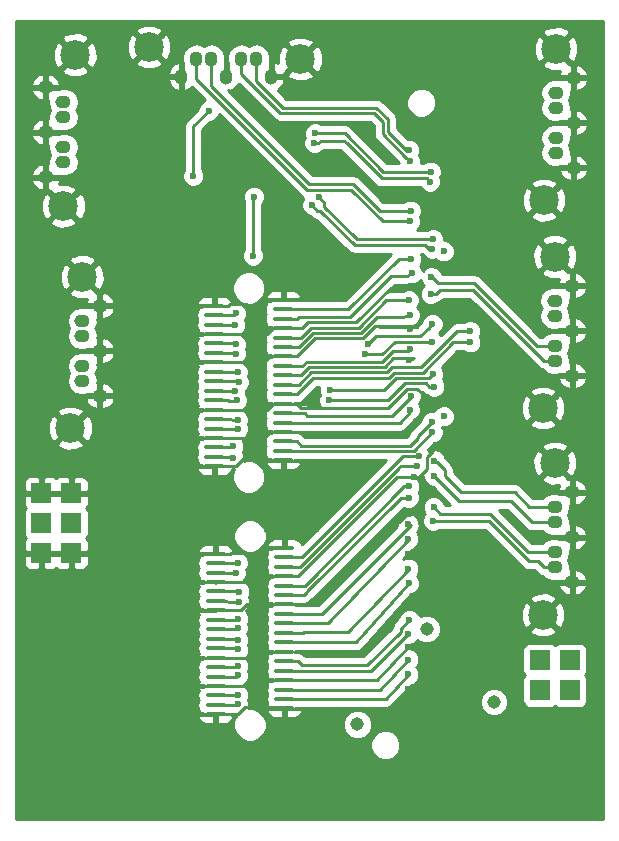
<source format=gtl>
%FSLAX34Y34*%
G04 Gerber Fmt 3.4, Leading zero omitted, Abs format*
G04 (created by PCBNEW (2014-03-14 BZR 4749)-product) date Sat 15 Mar 2014 19:33:45 CET*
%MOIN*%
G01*
G70*
G90*
G04 APERTURE LIST*
%ADD10C,0.005906*%
%ADD11O,0.070866X0.013780*%
%ADD12C,0.061024*%
%ADD13C,0.157480*%
%ADD14C,0.098425*%
%ADD15O,0.051181X0.043307*%
%ADD16R,0.065000X0.065000*%
%ADD17O,0.043307X0.051181*%
%ADD18C,0.045000*%
%ADD19C,0.023622*%
%ADD20C,0.010000*%
G04 APERTURE END LIST*
G54D10*
G54D11*
X71224Y-43185D03*
X71224Y-43500D03*
X71224Y-43814D03*
X71224Y-44129D03*
X71224Y-44444D03*
X71224Y-44759D03*
X71224Y-45074D03*
X71224Y-45389D03*
X71224Y-45704D03*
X71224Y-46019D03*
X71224Y-46334D03*
X71224Y-46649D03*
X71224Y-46964D03*
X71224Y-47279D03*
X71224Y-47594D03*
X71224Y-47909D03*
X71224Y-48224D03*
X68933Y-43381D03*
X68933Y-43696D03*
X68933Y-44011D03*
X68933Y-44326D03*
X68933Y-44641D03*
X68933Y-44956D03*
X68933Y-45271D03*
X68933Y-45586D03*
X68933Y-45901D03*
X68933Y-46216D03*
X68933Y-46531D03*
X68933Y-46846D03*
X68933Y-47161D03*
X68933Y-47476D03*
X68933Y-47791D03*
X68933Y-48106D03*
X68933Y-48421D03*
G54D12*
X72141Y-42437D03*
X70866Y-42437D03*
X68492Y-42437D03*
X69291Y-42437D03*
X72535Y-49444D03*
X70866Y-49444D03*
X68492Y-49444D03*
X69291Y-49444D03*
G54D11*
X71224Y-48539D03*
X68933Y-48736D03*
G54D13*
X75000Y-51334D03*
X75000Y-26775D03*
G54D14*
X63858Y-31799D03*
G54D15*
X63858Y-30330D03*
G54D14*
X64251Y-26748D03*
G54D15*
X63858Y-29830D03*
X63858Y-28830D03*
X63858Y-28330D03*
X63267Y-27830D03*
X63267Y-29330D03*
X63267Y-30830D03*
G54D16*
X64122Y-43362D03*
X64122Y-42362D03*
X64122Y-41362D03*
X63122Y-41362D03*
X63122Y-42362D03*
X63122Y-43362D03*
X80736Y-47940D03*
X80736Y-46940D03*
X79736Y-46940D03*
X79736Y-47940D03*
G54D14*
X64488Y-34145D03*
G54D15*
X64488Y-35614D03*
G54D14*
X64094Y-39196D03*
G54D15*
X64488Y-36114D03*
X64488Y-37114D03*
X64488Y-37614D03*
X65078Y-38114D03*
X65078Y-36614D03*
X65078Y-35114D03*
G54D14*
X80275Y-26547D03*
G54D15*
X80275Y-28015D03*
G54D14*
X79881Y-31598D03*
G54D15*
X80275Y-28515D03*
X80275Y-29515D03*
X80275Y-30015D03*
X80866Y-30515D03*
X80866Y-29015D03*
X80866Y-27515D03*
G54D14*
X71759Y-26889D03*
G54D17*
X70291Y-26889D03*
G54D14*
X66708Y-26496D03*
G54D17*
X69791Y-26889D03*
X68791Y-26889D03*
X68291Y-26889D03*
X67791Y-27480D03*
X69291Y-27480D03*
X70791Y-27480D03*
G54D11*
X71185Y-34917D03*
X71185Y-35232D03*
X71185Y-35547D03*
X71185Y-35862D03*
X71185Y-36177D03*
X71185Y-36492D03*
X71185Y-36807D03*
X71185Y-37122D03*
X71185Y-37437D03*
X71185Y-37751D03*
X71185Y-38066D03*
X71185Y-38381D03*
X71185Y-38696D03*
X71185Y-39011D03*
X71185Y-39326D03*
X71185Y-39641D03*
X71185Y-39956D03*
X68893Y-35114D03*
X68893Y-35429D03*
X68893Y-35744D03*
X68893Y-36059D03*
X68893Y-36374D03*
X68893Y-36688D03*
X68893Y-37003D03*
X68893Y-37318D03*
X68893Y-37633D03*
X68893Y-37948D03*
X68893Y-38263D03*
X68893Y-38578D03*
X68893Y-38893D03*
X68893Y-39208D03*
X68893Y-39523D03*
X68893Y-39838D03*
X68893Y-40153D03*
G54D12*
X72102Y-34169D03*
X70826Y-34169D03*
X68452Y-34169D03*
X69251Y-34169D03*
X72496Y-41177D03*
X70826Y-41177D03*
X68452Y-41177D03*
X69251Y-41177D03*
G54D11*
X71185Y-40271D03*
X68893Y-40468D03*
G54D14*
X80236Y-40366D03*
G54D15*
X80236Y-41834D03*
G54D14*
X79842Y-45417D03*
G54D15*
X80236Y-42334D03*
X80236Y-43334D03*
X80236Y-43834D03*
X80826Y-44334D03*
X80826Y-42834D03*
X80826Y-41334D03*
G54D14*
X80236Y-33476D03*
G54D15*
X80236Y-34944D03*
G54D14*
X79842Y-38527D03*
G54D15*
X80236Y-35444D03*
X80236Y-36444D03*
X80236Y-36944D03*
X80826Y-37444D03*
X80826Y-35944D03*
X80826Y-34444D03*
G54D18*
X75964Y-45885D03*
X78208Y-48326D03*
X73661Y-49074D03*
G54D19*
X68700Y-28622D03*
X68188Y-30787D03*
X70216Y-31476D03*
X70177Y-33444D03*
X75413Y-30295D03*
X75393Y-29921D03*
X70000Y-30669D03*
X75492Y-39153D03*
X73385Y-40472D03*
X76062Y-38307D03*
X75413Y-35885D03*
X75492Y-34527D03*
X67992Y-38582D03*
X67972Y-36948D03*
X68031Y-36062D03*
X67933Y-46850D03*
X67992Y-45295D03*
X75354Y-46496D03*
X75354Y-47893D03*
X75334Y-48759D03*
X75964Y-48307D03*
X77362Y-49153D03*
X77460Y-47814D03*
X77381Y-46811D03*
X77401Y-45354D03*
X75413Y-44940D03*
X75393Y-42047D03*
X77677Y-37145D03*
X77716Y-38740D03*
X77677Y-40925D03*
X75354Y-43385D03*
X73897Y-29448D03*
X67696Y-31870D03*
X75551Y-40826D03*
X74055Y-33484D03*
X72913Y-39429D03*
X67795Y-39523D03*
X74133Y-48661D03*
X67874Y-47814D03*
X67933Y-48681D03*
X76082Y-30984D03*
X72224Y-29685D03*
X76102Y-30649D03*
X72244Y-29370D03*
X75413Y-32303D03*
X75433Y-31948D03*
X76537Y-33305D03*
X76161Y-33208D03*
X72145Y-31751D03*
X76181Y-32893D03*
X72362Y-31496D03*
X75472Y-34035D03*
X75452Y-33543D03*
X69586Y-35748D03*
X69606Y-35374D03*
X76102Y-34724D03*
X76122Y-34173D03*
X69606Y-36732D03*
X69606Y-36397D03*
X75413Y-35433D03*
X75374Y-34921D03*
X69704Y-37657D03*
X73897Y-36732D03*
X76161Y-36318D03*
X69665Y-37322D03*
X76161Y-35728D03*
X74015Y-36397D03*
X77421Y-36338D03*
X77421Y-35964D03*
X69665Y-39232D03*
X69665Y-38917D03*
X75393Y-36909D03*
X75413Y-36574D03*
X76220Y-37814D03*
X72716Y-38267D03*
X69645Y-38267D03*
X69566Y-37952D03*
X72736Y-37933D03*
X76181Y-37381D03*
X69527Y-40177D03*
X69527Y-39803D03*
X75413Y-38582D03*
X75433Y-38129D03*
X76161Y-39330D03*
X76161Y-38976D03*
X76537Y-38805D03*
X69606Y-44015D03*
X69665Y-43681D03*
X75649Y-40472D03*
X75708Y-40137D03*
X69704Y-44980D03*
X69724Y-44645D03*
X75374Y-41515D03*
X75393Y-41141D03*
X76220Y-40275D03*
X69665Y-45866D03*
X69685Y-45551D03*
X75354Y-42893D03*
X75354Y-42401D03*
X76181Y-42283D03*
X76200Y-41830D03*
X69685Y-46574D03*
X69685Y-46259D03*
X75374Y-44370D03*
X75354Y-43877D03*
X69665Y-47440D03*
X69685Y-47125D03*
X75354Y-46043D03*
X75393Y-45590D03*
X69665Y-48405D03*
X69685Y-48090D03*
X75354Y-47401D03*
X75354Y-46909D03*
X76220Y-40787D03*
G54D20*
X68188Y-30787D02*
X68188Y-29133D01*
X68188Y-29133D02*
X68700Y-28622D01*
X70216Y-31476D02*
X70177Y-31515D01*
X70177Y-31515D02*
X70177Y-33444D01*
X74208Y-28688D02*
X74500Y-28980D01*
X69791Y-26889D02*
X69791Y-27392D01*
X69791Y-27392D02*
X71087Y-28688D01*
X71087Y-28688D02*
X74208Y-28688D01*
X74500Y-29382D02*
X75295Y-30177D01*
X74500Y-28980D02*
X74500Y-29382D01*
X75295Y-30177D02*
X75413Y-30295D01*
X75393Y-29921D02*
X75292Y-29921D01*
X74679Y-28906D02*
X74665Y-28892D01*
X74679Y-29308D02*
X74679Y-28906D01*
X75292Y-29921D02*
X74679Y-29308D01*
X74665Y-28892D02*
X74665Y-28877D01*
X74665Y-28877D02*
X74665Y-28892D01*
X70291Y-26889D02*
X70291Y-27637D01*
X74282Y-28509D02*
X74665Y-28892D01*
X71164Y-28509D02*
X74282Y-28509D01*
X70291Y-27637D02*
X71164Y-28509D01*
X77390Y-38740D02*
X77716Y-38740D01*
X75973Y-40157D02*
X77390Y-38740D01*
X75973Y-40571D02*
X75973Y-40157D01*
X75718Y-40826D02*
X75973Y-40571D01*
X75551Y-40826D02*
X75718Y-40826D01*
X75492Y-39153D02*
X75452Y-39153D01*
X68893Y-40468D02*
X69601Y-40468D01*
X69873Y-40196D02*
X69948Y-40271D01*
X69948Y-40271D02*
X71185Y-40271D01*
X69601Y-40468D02*
X69873Y-40196D01*
X70533Y-37003D02*
X70730Y-36807D01*
X70730Y-36807D02*
X71185Y-36807D01*
X68893Y-37003D02*
X70533Y-37003D01*
X71772Y-38514D02*
X74683Y-38514D01*
X71639Y-38381D02*
X71772Y-38514D01*
X71185Y-38381D02*
X71639Y-38381D01*
X74683Y-38514D02*
X75314Y-37883D01*
X75314Y-37883D02*
X75638Y-37883D01*
X75638Y-37883D02*
X76062Y-38307D01*
X75332Y-35805D02*
X75413Y-35885D01*
X74122Y-35925D02*
X74242Y-35805D01*
X74242Y-35805D02*
X75332Y-35805D01*
X74762Y-34527D02*
X75325Y-34527D01*
X75325Y-34527D02*
X75492Y-34527D01*
X73625Y-35664D02*
X74762Y-34527D01*
X71825Y-35862D02*
X72023Y-35664D01*
X71185Y-35862D02*
X71825Y-35862D01*
X72023Y-35664D02*
X73625Y-35664D01*
X71185Y-36807D02*
X71639Y-36807D01*
X71639Y-36807D02*
X72245Y-36200D01*
X72245Y-36200D02*
X73847Y-36200D01*
X73847Y-36200D02*
X74122Y-35925D01*
X68889Y-38582D02*
X68893Y-38578D01*
X67992Y-38582D02*
X68889Y-38582D01*
X68838Y-36948D02*
X68893Y-37003D01*
X67972Y-36948D02*
X68838Y-36948D01*
X68889Y-36062D02*
X68893Y-36059D01*
X68031Y-36062D02*
X68889Y-36062D01*
X68929Y-46850D02*
X68933Y-46846D01*
X67933Y-46850D02*
X68929Y-46850D01*
X68909Y-44350D02*
X68933Y-44326D01*
X68909Y-45295D02*
X68933Y-45271D01*
X67992Y-45295D02*
X68909Y-45295D01*
X70770Y-45074D02*
X71224Y-45074D01*
X69975Y-45074D02*
X70770Y-45074D01*
X69778Y-45271D02*
X69975Y-45074D01*
X68933Y-45271D02*
X69778Y-45271D01*
X70845Y-38381D02*
X71185Y-38381D01*
X70648Y-38578D02*
X70845Y-38381D01*
X68893Y-38578D02*
X70648Y-38578D01*
X70648Y-36059D02*
X70845Y-35862D01*
X68893Y-36059D02*
X70648Y-36059D01*
X70377Y-47791D02*
X70574Y-47594D01*
X70574Y-47594D02*
X71224Y-47594D01*
X68933Y-47791D02*
X70377Y-47791D01*
X70318Y-46846D02*
X70515Y-46649D01*
X70515Y-46649D02*
X71224Y-46649D01*
X68933Y-46846D02*
X70318Y-46846D01*
X68893Y-36059D02*
X70648Y-36059D01*
X70648Y-36059D02*
X70845Y-35862D01*
X70845Y-35862D02*
X71185Y-35862D01*
X68877Y-39507D02*
X68893Y-39523D01*
X70770Y-44129D02*
X71224Y-44129D01*
X70573Y-44326D02*
X70770Y-44129D01*
X68933Y-44326D02*
X70573Y-44326D01*
X74303Y-47594D02*
X75354Y-46496D01*
X71224Y-47594D02*
X74303Y-47594D01*
X77362Y-49153D02*
X77362Y-49133D01*
X68933Y-44326D02*
X67917Y-44326D01*
X75402Y-41948D02*
X75393Y-42047D01*
X72276Y-45074D02*
X75402Y-41948D01*
X71224Y-45074D02*
X72276Y-45074D01*
X75354Y-43385D02*
X75354Y-43405D01*
X67696Y-31870D02*
X66122Y-33444D01*
X66122Y-33444D02*
X66122Y-33543D01*
X74981Y-40826D02*
X75551Y-40826D01*
X71678Y-44129D02*
X74981Y-40826D01*
X71224Y-44129D02*
X71678Y-44129D01*
X70533Y-39523D02*
X70730Y-39326D01*
X70590Y-39466D02*
X70533Y-39523D01*
X70730Y-39326D02*
X70590Y-39466D01*
X71185Y-39326D02*
X70730Y-39326D01*
X70535Y-39523D02*
X70590Y-39468D01*
X70590Y-39468D02*
X70590Y-39466D01*
X68893Y-39523D02*
X70535Y-39523D01*
X72913Y-39429D02*
X72811Y-39326D01*
X72811Y-39326D02*
X71185Y-39326D01*
X71188Y-48503D02*
X71224Y-48539D01*
X69688Y-48736D02*
X69921Y-48503D01*
X69921Y-48503D02*
X71188Y-48503D01*
X68933Y-48736D02*
X69688Y-48736D01*
X69413Y-43381D02*
X69448Y-43346D01*
X69448Y-43346D02*
X70393Y-43346D01*
X70393Y-43346D02*
X70555Y-43185D01*
X70555Y-43185D02*
X71224Y-43185D01*
X68933Y-43381D02*
X69413Y-43381D01*
X69354Y-35114D02*
X69409Y-35059D01*
X69409Y-35059D02*
X69960Y-35059D01*
X69960Y-35059D02*
X70000Y-35098D01*
X70000Y-35098D02*
X70413Y-35098D01*
X70413Y-35098D02*
X70594Y-34917D01*
X70594Y-34917D02*
X71185Y-34917D01*
X68893Y-35114D02*
X69354Y-35114D01*
X67779Y-39523D02*
X67775Y-39527D01*
X67775Y-39527D02*
X67775Y-40236D01*
X68007Y-40468D02*
X68893Y-40468D01*
X67775Y-40236D02*
X68007Y-40468D01*
X67795Y-39523D02*
X67779Y-39523D01*
X68893Y-39523D02*
X67795Y-39523D01*
X67897Y-47791D02*
X67874Y-47814D01*
X68933Y-47791D02*
X67897Y-47791D01*
X67988Y-48736D02*
X67933Y-48681D01*
X68933Y-48736D02*
X67988Y-48736D01*
X72224Y-29685D02*
X72362Y-29685D01*
X73228Y-29625D02*
X73307Y-29704D01*
X72421Y-29625D02*
X73228Y-29625D01*
X72362Y-29685D02*
X72421Y-29625D01*
X73307Y-29704D02*
X73307Y-29724D01*
X73307Y-29724D02*
X73307Y-29704D01*
X74468Y-30866D02*
X73307Y-29704D01*
X75964Y-30866D02*
X74468Y-30866D01*
X76082Y-30984D02*
X75964Y-30866D01*
X75935Y-30649D02*
X76102Y-30649D01*
X72244Y-29370D02*
X73237Y-29370D01*
X74516Y-30649D02*
X75935Y-30649D01*
X73237Y-29370D02*
X74516Y-30649D01*
X68291Y-27548D02*
X71991Y-31249D01*
X74503Y-32303D02*
X75413Y-32303D01*
X68291Y-26889D02*
X68291Y-27548D01*
X71991Y-31249D02*
X73450Y-31249D01*
X73450Y-31249D02*
X74503Y-32303D01*
X72060Y-31064D02*
X73518Y-31064D01*
X73518Y-31064D02*
X74402Y-31948D01*
X68791Y-27795D02*
X72060Y-31064D01*
X74402Y-31948D02*
X75433Y-31948D01*
X68791Y-26889D02*
X68791Y-27795D01*
X72145Y-31751D02*
X72145Y-31771D01*
X72145Y-31771D02*
X72322Y-31948D01*
X72421Y-31948D02*
X73562Y-33090D01*
X72322Y-31948D02*
X72421Y-31948D01*
X76161Y-33208D02*
X76043Y-33208D01*
X75925Y-33090D02*
X73562Y-33090D01*
X76043Y-33208D02*
X75925Y-33090D01*
X72559Y-31692D02*
X72559Y-31811D01*
X73641Y-32893D02*
X76181Y-32893D01*
X73582Y-32834D02*
X73641Y-32893D01*
X72559Y-31811D02*
X73582Y-32834D01*
X72362Y-31496D02*
X72559Y-31692D01*
X74778Y-34114D02*
X75305Y-34114D01*
X75305Y-34114D02*
X75472Y-34035D01*
X71639Y-35547D02*
X71700Y-35485D01*
X73406Y-35485D02*
X74778Y-34114D01*
X71185Y-35547D02*
X71639Y-35547D01*
X71700Y-35485D02*
X73406Y-35485D01*
X75045Y-33543D02*
X75226Y-33543D01*
X75226Y-33543D02*
X75452Y-33543D01*
X73356Y-35232D02*
X75045Y-33543D01*
X71185Y-35232D02*
X73356Y-35232D01*
X69586Y-35748D02*
X69366Y-35744D01*
X69366Y-35744D02*
X68893Y-35744D01*
X68893Y-35429D02*
X69551Y-35429D01*
X69551Y-35429D02*
X69606Y-35374D01*
X79877Y-36944D02*
X80236Y-36944D01*
X77775Y-34842D02*
X79877Y-36944D01*
X76279Y-34724D02*
X76417Y-34586D01*
X76417Y-34586D02*
X77519Y-34586D01*
X77519Y-34586D02*
X77775Y-34842D01*
X76102Y-34724D02*
X76279Y-34724D01*
X76141Y-34173D02*
X76338Y-34370D01*
X76338Y-34370D02*
X77555Y-34370D01*
X77555Y-34370D02*
X79630Y-36444D01*
X79630Y-36444D02*
X80236Y-36444D01*
X76122Y-34173D02*
X76141Y-34173D01*
X68893Y-36688D02*
X69562Y-36688D01*
X69562Y-36688D02*
X69606Y-36732D01*
X68893Y-36374D02*
X69582Y-36374D01*
X69582Y-36374D02*
X69606Y-36397D01*
X75187Y-35492D02*
X75413Y-35433D01*
X74303Y-35492D02*
X75187Y-35492D01*
X73773Y-36022D02*
X74303Y-35492D01*
X71701Y-36492D02*
X72171Y-36022D01*
X71185Y-36492D02*
X71701Y-36492D01*
X72171Y-36022D02*
X73773Y-36022D01*
X72097Y-35843D02*
X73699Y-35843D01*
X74621Y-34921D02*
X75206Y-34921D01*
X75206Y-34921D02*
X75374Y-34921D01*
X73699Y-35843D02*
X74621Y-34921D01*
X71763Y-36177D02*
X72097Y-35843D01*
X71185Y-36177D02*
X71763Y-36177D01*
X74903Y-36318D02*
X75994Y-36318D01*
X73897Y-36732D02*
X74490Y-36732D01*
X75994Y-36318D02*
X76161Y-36318D01*
X74490Y-36732D02*
X74903Y-36318D01*
X68893Y-37633D02*
X69681Y-37633D01*
X69681Y-37633D02*
X69704Y-37657D01*
X74015Y-36397D02*
X74280Y-36132D01*
X74280Y-36132D02*
X75757Y-36132D01*
X76043Y-35846D02*
X76161Y-35728D01*
X75757Y-36132D02*
X76043Y-35846D01*
X68893Y-37318D02*
X69661Y-37318D01*
X69661Y-37318D02*
X69665Y-37322D01*
X77254Y-36338D02*
X77421Y-36338D01*
X76858Y-36338D02*
X77254Y-36338D01*
X75850Y-37346D02*
X76858Y-36338D01*
X71639Y-38066D02*
X72189Y-37516D01*
X74717Y-37516D02*
X74886Y-37346D01*
X72189Y-37516D02*
X74717Y-37516D01*
X71185Y-38066D02*
X71639Y-38066D01*
X74886Y-37346D02*
X75850Y-37346D01*
X71185Y-37751D02*
X71701Y-37751D01*
X74643Y-37337D02*
X74812Y-37168D01*
X74812Y-37168D02*
X75775Y-37168D01*
X72115Y-37337D02*
X74643Y-37337D01*
X75775Y-37168D02*
X76979Y-35964D01*
X77254Y-35964D02*
X77421Y-35964D01*
X71701Y-37751D02*
X72115Y-37337D01*
X76979Y-35964D02*
X77254Y-35964D01*
X68893Y-39208D02*
X69413Y-39208D01*
X69625Y-39232D02*
X69665Y-39232D01*
X69413Y-39208D02*
X69625Y-39232D01*
X68897Y-38897D02*
X68893Y-38893D01*
X69251Y-38897D02*
X68897Y-38897D01*
X69665Y-38917D02*
X69251Y-38897D01*
X74569Y-37159D02*
X74858Y-36870D01*
X71185Y-37437D02*
X71763Y-37437D01*
X72041Y-37159D02*
X74569Y-37159D01*
X74858Y-36870D02*
X75541Y-36870D01*
X75541Y-36870D02*
X75393Y-36909D01*
X71763Y-37437D02*
X72041Y-37159D01*
X71185Y-37122D02*
X71825Y-37122D01*
X74495Y-36980D02*
X74861Y-36614D01*
X71825Y-37122D02*
X71967Y-36980D01*
X75344Y-36614D02*
X75413Y-36574D01*
X74861Y-36614D02*
X75344Y-36614D01*
X71967Y-36980D02*
X74495Y-36980D01*
X72716Y-38267D02*
X74677Y-38267D01*
X74677Y-38267D02*
X75240Y-37704D01*
X75240Y-37704D02*
X75942Y-37704D01*
X75942Y-37704D02*
X76053Y-37814D01*
X76053Y-37814D02*
X76220Y-37814D01*
X69371Y-38287D02*
X69625Y-38287D01*
X69625Y-38287D02*
X69645Y-38267D01*
X68893Y-38263D02*
X69348Y-38263D01*
X69348Y-38263D02*
X69371Y-38287D01*
X76037Y-37525D02*
X76062Y-37499D01*
X74960Y-37525D02*
X76037Y-37525D01*
X76062Y-37499D02*
X76181Y-37381D01*
X72736Y-37933D02*
X74553Y-37933D01*
X74553Y-37933D02*
X74960Y-37525D01*
X68893Y-37948D02*
X69562Y-37948D01*
X69562Y-37948D02*
X69566Y-37952D01*
X69492Y-40153D02*
X69527Y-40177D01*
X68893Y-40153D02*
X69492Y-40153D01*
X69527Y-39803D02*
X69295Y-39838D01*
X69295Y-39838D02*
X68893Y-39838D01*
X71185Y-39011D02*
X75062Y-39011D01*
X75413Y-38661D02*
X75413Y-38582D01*
X75062Y-39011D02*
X75413Y-38661D01*
X71185Y-38696D02*
X71905Y-38696D01*
X75433Y-38149D02*
X75433Y-38129D01*
X74803Y-38779D02*
X75433Y-38149D01*
X71988Y-38779D02*
X74803Y-38779D01*
X71905Y-38696D02*
X71988Y-38779D01*
X71185Y-39956D02*
X75535Y-39956D01*
X75535Y-39956D02*
X76161Y-39330D01*
X71649Y-39641D02*
X71185Y-39641D01*
X71785Y-39777D02*
X71649Y-39641D01*
X75418Y-39777D02*
X71785Y-39777D01*
X75669Y-39527D02*
X75418Y-39777D01*
X75669Y-39468D02*
X75669Y-39527D01*
X76161Y-38976D02*
X75669Y-39468D01*
X69606Y-44015D02*
X68937Y-44015D01*
X68937Y-44015D02*
X68933Y-44011D01*
X69665Y-43681D02*
X68948Y-43681D01*
X68948Y-43681D02*
X68933Y-43696D01*
X75083Y-40472D02*
X75044Y-40511D01*
X75649Y-40472D02*
X75083Y-40472D01*
X71740Y-43814D02*
X75044Y-40511D01*
X71224Y-43814D02*
X71740Y-43814D01*
X71803Y-43500D02*
X75165Y-40137D01*
X75541Y-40137D02*
X75708Y-40137D01*
X71224Y-43500D02*
X71803Y-43500D01*
X75165Y-40137D02*
X75541Y-40137D01*
X69704Y-44980D02*
X69700Y-44976D01*
X69700Y-44976D02*
X68933Y-44956D01*
X69570Y-44641D02*
X69724Y-44645D01*
X68933Y-44641D02*
X69570Y-44641D01*
X75374Y-41515D02*
X75118Y-41515D01*
X75118Y-41515D02*
X72027Y-44606D01*
X72027Y-44606D02*
X71948Y-44685D01*
X71948Y-44685D02*
X71874Y-44759D01*
X71874Y-44759D02*
X71224Y-44759D01*
X71910Y-44444D02*
X75213Y-41141D01*
X71224Y-44444D02*
X71910Y-44444D01*
X75213Y-41141D02*
X75226Y-41141D01*
X75226Y-41141D02*
X75393Y-41141D01*
X79393Y-41834D02*
X78897Y-41338D01*
X78897Y-41338D02*
X77125Y-41338D01*
X77125Y-41338D02*
X76574Y-40787D01*
X76574Y-40787D02*
X76574Y-40590D01*
X76574Y-40590D02*
X76299Y-40314D01*
X76299Y-40314D02*
X76220Y-40275D01*
X80236Y-41834D02*
X79393Y-41834D01*
X68933Y-45901D02*
X69629Y-45901D01*
X69629Y-45901D02*
X69665Y-45866D01*
X68933Y-45586D02*
X69649Y-45586D01*
X69649Y-45586D02*
X69685Y-45551D01*
X72681Y-45704D02*
X75354Y-42933D01*
X75354Y-42933D02*
X75354Y-42893D01*
X71224Y-45704D02*
X72681Y-45704D01*
X72484Y-45389D02*
X75433Y-42440D01*
X75433Y-42440D02*
X75354Y-42401D01*
X71224Y-45389D02*
X72484Y-45389D01*
X79387Y-43639D02*
X79429Y-43639D01*
X78031Y-42283D02*
X79387Y-43639D01*
X79685Y-43639D02*
X79429Y-43639D01*
X76410Y-42283D02*
X78031Y-42283D01*
X76329Y-42283D02*
X76181Y-42283D01*
X76329Y-42283D02*
X76410Y-42283D01*
X80236Y-43834D02*
X79880Y-43834D01*
X79880Y-43834D02*
X79685Y-43639D01*
X76417Y-42047D02*
X76200Y-41830D01*
X76662Y-42047D02*
X76417Y-42047D01*
X78070Y-42047D02*
X76662Y-42047D01*
X79358Y-43334D02*
X80236Y-43334D01*
X78070Y-42047D02*
X79358Y-43334D01*
X69641Y-46531D02*
X69685Y-46574D01*
X68933Y-46531D02*
X69641Y-46531D01*
X68933Y-46216D02*
X69641Y-46216D01*
X69641Y-46216D02*
X69685Y-46259D01*
X73625Y-46334D02*
X75374Y-44370D01*
X71224Y-46334D02*
X73625Y-46334D01*
X71846Y-46019D02*
X71881Y-45984D01*
X71881Y-45984D02*
X73346Y-45984D01*
X73346Y-45984D02*
X75354Y-43917D01*
X75354Y-43917D02*
X75354Y-43877D01*
X71224Y-46019D02*
X71846Y-46019D01*
X69641Y-47476D02*
X69665Y-47440D01*
X68933Y-47476D02*
X69641Y-47476D01*
X68933Y-47161D02*
X69649Y-47161D01*
X69649Y-47161D02*
X69685Y-47125D01*
X71224Y-47279D02*
X71678Y-47279D01*
X74112Y-47285D02*
X75236Y-46161D01*
X75236Y-46161D02*
X75354Y-46043D01*
X71678Y-47279D02*
X71684Y-47285D01*
X71684Y-47285D02*
X74112Y-47285D01*
X73976Y-47106D02*
X75107Y-45975D01*
X75107Y-45975D02*
X75107Y-45876D01*
X75107Y-45876D02*
X75393Y-45590D01*
X71820Y-47106D02*
X73976Y-47106D01*
X71224Y-46964D02*
X71678Y-46964D01*
X71678Y-46964D02*
X71820Y-47106D01*
X68933Y-48421D02*
X69649Y-48421D01*
X69649Y-48421D02*
X69665Y-48405D01*
X68933Y-48106D02*
X69669Y-48106D01*
X69669Y-48106D02*
X69685Y-48090D01*
X74610Y-48224D02*
X75354Y-47440D01*
X75354Y-47440D02*
X75354Y-47401D01*
X71224Y-48224D02*
X74610Y-48224D01*
X74413Y-47909D02*
X75354Y-46909D01*
X71224Y-47909D02*
X74413Y-47909D01*
X77047Y-41614D02*
X77126Y-41614D01*
X76220Y-40787D02*
X77047Y-41614D01*
X78775Y-41614D02*
X77126Y-41614D01*
X79495Y-42334D02*
X78775Y-41614D01*
X80236Y-42334D02*
X79495Y-42334D01*
G54D10*
G36*
X72407Y-38479D02*
X72109Y-38479D01*
X72020Y-38419D01*
X71905Y-38396D01*
X71577Y-38396D01*
X71502Y-38381D01*
X71577Y-38366D01*
X71639Y-38366D01*
X71639Y-38366D01*
X71754Y-38344D01*
X71754Y-38344D01*
X71851Y-38279D01*
X72314Y-37816D01*
X72386Y-37816D01*
X72368Y-37859D01*
X72368Y-38005D01*
X72397Y-38076D01*
X72348Y-38194D01*
X72348Y-38340D01*
X72404Y-38475D01*
X72407Y-38479D01*
X72407Y-38479D01*
G37*
G54D20*
X72407Y-38479D02*
X72109Y-38479D01*
X72020Y-38419D01*
X71905Y-38396D01*
X71577Y-38396D01*
X71502Y-38381D01*
X71577Y-38366D01*
X71639Y-38366D01*
X71639Y-38366D01*
X71754Y-38344D01*
X71754Y-38344D01*
X71851Y-38279D01*
X72314Y-37816D01*
X72386Y-37816D01*
X72368Y-37859D01*
X72368Y-38005D01*
X72397Y-38076D01*
X72348Y-38194D01*
X72348Y-38340D01*
X72404Y-38475D01*
X72407Y-38479D01*
G54D10*
G36*
X81846Y-52240D02*
X81355Y-52240D01*
X81355Y-30637D01*
X81355Y-30393D01*
X81355Y-29137D01*
X81355Y-28893D01*
X81355Y-27637D01*
X81355Y-27393D01*
X81288Y-27250D01*
X81158Y-27124D01*
X81021Y-27070D01*
X81021Y-26674D01*
X81013Y-26379D01*
X80915Y-26143D01*
X80800Y-26093D01*
X80729Y-26163D01*
X80729Y-26022D01*
X80678Y-25907D01*
X80403Y-25801D01*
X80108Y-25809D01*
X79872Y-25907D01*
X79821Y-26022D01*
X80275Y-26476D01*
X80729Y-26022D01*
X80729Y-26163D01*
X80346Y-26547D01*
X80800Y-27001D01*
X80915Y-26950D01*
X81021Y-26674D01*
X81021Y-27070D01*
X80988Y-27057D01*
X80916Y-27112D01*
X80916Y-27465D01*
X81306Y-27465D01*
X81355Y-27393D01*
X81355Y-27637D01*
X81306Y-27565D01*
X80916Y-27565D01*
X80916Y-27919D01*
X80988Y-27974D01*
X81158Y-27907D01*
X81288Y-27781D01*
X81355Y-27637D01*
X81355Y-28893D01*
X81288Y-28750D01*
X81158Y-28624D01*
X80988Y-28557D01*
X80916Y-28612D01*
X80916Y-28965D01*
X81306Y-28965D01*
X81355Y-28893D01*
X81355Y-29137D01*
X81306Y-29065D01*
X80916Y-29065D01*
X80916Y-29419D01*
X80988Y-29474D01*
X81158Y-29407D01*
X81288Y-29281D01*
X81355Y-29137D01*
X81355Y-30393D01*
X81288Y-30250D01*
X81158Y-30124D01*
X80988Y-30057D01*
X80916Y-30112D01*
X80916Y-30465D01*
X81306Y-30465D01*
X81355Y-30393D01*
X81355Y-30637D01*
X81306Y-30565D01*
X80916Y-30565D01*
X80916Y-30919D01*
X80988Y-30974D01*
X81158Y-30907D01*
X81288Y-30781D01*
X81355Y-30637D01*
X81355Y-52240D01*
X81316Y-52240D01*
X81316Y-44456D01*
X81316Y-44212D01*
X81316Y-42956D01*
X81316Y-42712D01*
X81316Y-41456D01*
X81316Y-41212D01*
X81316Y-37566D01*
X81316Y-37322D01*
X81316Y-36066D01*
X81316Y-35822D01*
X81316Y-34566D01*
X81316Y-34322D01*
X81249Y-34179D01*
X81118Y-34053D01*
X80982Y-33999D01*
X80982Y-33604D01*
X80974Y-33308D01*
X80876Y-33073D01*
X80816Y-33046D01*
X80816Y-30919D01*
X80816Y-30565D01*
X80816Y-30465D01*
X80816Y-30112D01*
X80777Y-30083D01*
X80791Y-30015D01*
X80755Y-29837D01*
X80708Y-29765D01*
X80755Y-29694D01*
X80791Y-29515D01*
X80777Y-29448D01*
X80816Y-29419D01*
X80816Y-29065D01*
X80816Y-28965D01*
X80816Y-28612D01*
X80777Y-28583D01*
X80791Y-28515D01*
X80755Y-28337D01*
X80708Y-28265D01*
X80755Y-28194D01*
X80791Y-28015D01*
X80777Y-27948D01*
X80816Y-27919D01*
X80816Y-27565D01*
X80816Y-27465D01*
X80816Y-27112D01*
X80743Y-27057D01*
X80722Y-27065D01*
X80275Y-26617D01*
X80204Y-26688D01*
X80204Y-26547D01*
X79750Y-26093D01*
X79635Y-26143D01*
X79529Y-26419D01*
X79537Y-26714D01*
X79635Y-26950D01*
X79750Y-27001D01*
X80204Y-26547D01*
X80204Y-26688D01*
X79821Y-27072D01*
X79872Y-27187D01*
X80147Y-27293D01*
X80427Y-27285D01*
X80376Y-27393D01*
X80425Y-27465D01*
X80816Y-27465D01*
X80816Y-27565D01*
X80425Y-27565D01*
X80423Y-27568D01*
X80324Y-27549D01*
X80226Y-27549D01*
X80047Y-27584D01*
X79896Y-27685D01*
X79795Y-27837D01*
X79759Y-28015D01*
X79795Y-28194D01*
X79843Y-28265D01*
X79795Y-28337D01*
X79759Y-28515D01*
X79795Y-28694D01*
X79896Y-28845D01*
X80047Y-28946D01*
X80226Y-28982D01*
X80324Y-28982D01*
X80423Y-28962D01*
X80425Y-28965D01*
X80816Y-28965D01*
X80816Y-29065D01*
X80425Y-29065D01*
X80423Y-29068D01*
X80324Y-29049D01*
X80226Y-29049D01*
X80047Y-29084D01*
X79896Y-29185D01*
X79795Y-29337D01*
X79759Y-29515D01*
X79795Y-29694D01*
X79843Y-29765D01*
X79795Y-29837D01*
X79759Y-30015D01*
X79795Y-30194D01*
X79896Y-30345D01*
X80047Y-30446D01*
X80226Y-30482D01*
X80324Y-30482D01*
X80423Y-30462D01*
X80425Y-30465D01*
X80816Y-30465D01*
X80816Y-30565D01*
X80425Y-30565D01*
X80376Y-30637D01*
X80443Y-30781D01*
X80574Y-30907D01*
X80743Y-30974D01*
X80816Y-30919D01*
X80816Y-33046D01*
X80761Y-33022D01*
X80690Y-33092D01*
X80690Y-32951D01*
X80639Y-32836D01*
X80627Y-32831D01*
X80627Y-31726D01*
X80619Y-31430D01*
X80522Y-31195D01*
X80406Y-31144D01*
X80336Y-31214D01*
X80336Y-31073D01*
X80285Y-30958D01*
X80009Y-30852D01*
X79714Y-30860D01*
X79478Y-30958D01*
X79427Y-31073D01*
X79881Y-31527D01*
X80336Y-31073D01*
X80336Y-31214D01*
X79952Y-31598D01*
X80406Y-32052D01*
X80522Y-32001D01*
X80627Y-31726D01*
X80627Y-32831D01*
X80363Y-32730D01*
X80336Y-32731D01*
X80336Y-32123D01*
X79881Y-31669D01*
X79811Y-31739D01*
X79811Y-31598D01*
X79356Y-31144D01*
X79241Y-31195D01*
X79136Y-31470D01*
X79143Y-31765D01*
X79241Y-32001D01*
X79356Y-32052D01*
X79811Y-31598D01*
X79811Y-31739D01*
X79427Y-32123D01*
X79478Y-32238D01*
X79754Y-32344D01*
X80049Y-32336D01*
X80285Y-32238D01*
X80336Y-32123D01*
X80336Y-32731D01*
X80068Y-32738D01*
X79832Y-32836D01*
X79782Y-32951D01*
X80236Y-33405D01*
X80690Y-32951D01*
X80690Y-33092D01*
X80306Y-33476D01*
X80761Y-33930D01*
X80876Y-33879D01*
X80982Y-33604D01*
X80982Y-33999D01*
X80949Y-33986D01*
X80876Y-34041D01*
X80876Y-34394D01*
X81267Y-34394D01*
X81316Y-34322D01*
X81316Y-34566D01*
X81267Y-34494D01*
X80876Y-34494D01*
X80876Y-34848D01*
X80949Y-34903D01*
X81118Y-34836D01*
X81249Y-34710D01*
X81316Y-34566D01*
X81316Y-35822D01*
X81249Y-35679D01*
X81118Y-35553D01*
X80949Y-35486D01*
X80876Y-35541D01*
X80876Y-35894D01*
X81267Y-35894D01*
X81316Y-35822D01*
X81316Y-36066D01*
X81267Y-35994D01*
X80876Y-35994D01*
X80876Y-36348D01*
X80949Y-36403D01*
X81118Y-36336D01*
X81249Y-36210D01*
X81316Y-36066D01*
X81316Y-37322D01*
X81249Y-37179D01*
X81118Y-37053D01*
X80949Y-36986D01*
X80876Y-37041D01*
X80876Y-37394D01*
X81267Y-37394D01*
X81316Y-37322D01*
X81316Y-37566D01*
X81267Y-37494D01*
X80876Y-37494D01*
X80876Y-37848D01*
X80949Y-37903D01*
X81118Y-37836D01*
X81249Y-37710D01*
X81316Y-37566D01*
X81316Y-41212D01*
X81249Y-41069D01*
X81118Y-40942D01*
X80982Y-40888D01*
X80982Y-40493D01*
X80974Y-40198D01*
X80876Y-39962D01*
X80776Y-39918D01*
X80776Y-37848D01*
X80776Y-37494D01*
X80386Y-37494D01*
X80337Y-37566D01*
X80404Y-37710D01*
X80534Y-37836D01*
X80704Y-37903D01*
X80776Y-37848D01*
X80776Y-39918D01*
X80761Y-39911D01*
X80690Y-39982D01*
X80690Y-39841D01*
X80639Y-39725D01*
X80588Y-39706D01*
X80588Y-38655D01*
X80580Y-38360D01*
X80482Y-38124D01*
X80367Y-38073D01*
X80296Y-38144D01*
X80296Y-38002D01*
X80245Y-37887D01*
X79970Y-37781D01*
X79675Y-37789D01*
X79439Y-37887D01*
X79388Y-38002D01*
X79842Y-38456D01*
X80296Y-38002D01*
X80296Y-38144D01*
X79913Y-38527D01*
X80367Y-38981D01*
X80482Y-38930D01*
X80588Y-38655D01*
X80588Y-39706D01*
X80363Y-39620D01*
X80296Y-39622D01*
X80296Y-39052D01*
X79842Y-38598D01*
X79771Y-38668D01*
X79771Y-38527D01*
X79317Y-38073D01*
X79202Y-38124D01*
X79096Y-38399D01*
X79104Y-38695D01*
X79202Y-38930D01*
X79317Y-38981D01*
X79771Y-38527D01*
X79771Y-38668D01*
X79388Y-39052D01*
X79439Y-39167D01*
X79714Y-39273D01*
X80010Y-39265D01*
X80245Y-39167D01*
X80296Y-39052D01*
X80296Y-39622D01*
X80068Y-39628D01*
X79832Y-39725D01*
X79782Y-39841D01*
X80236Y-40295D01*
X80690Y-39841D01*
X80690Y-39982D01*
X80306Y-40366D01*
X80761Y-40820D01*
X80876Y-40769D01*
X80982Y-40493D01*
X80982Y-40888D01*
X80949Y-40876D01*
X80876Y-40931D01*
X80876Y-41284D01*
X81267Y-41284D01*
X81316Y-41212D01*
X81316Y-41456D01*
X81267Y-41384D01*
X80876Y-41384D01*
X80876Y-41738D01*
X80949Y-41793D01*
X81118Y-41726D01*
X81249Y-41599D01*
X81316Y-41456D01*
X81316Y-42712D01*
X81249Y-42569D01*
X81118Y-42442D01*
X80949Y-42376D01*
X80876Y-42431D01*
X80876Y-42784D01*
X81267Y-42784D01*
X81316Y-42712D01*
X81316Y-42956D01*
X81267Y-42884D01*
X80876Y-42884D01*
X80876Y-43238D01*
X80949Y-43293D01*
X81118Y-43226D01*
X81249Y-43099D01*
X81316Y-42956D01*
X81316Y-44212D01*
X81249Y-44069D01*
X81118Y-43942D01*
X80949Y-43876D01*
X80876Y-43931D01*
X80876Y-44284D01*
X81267Y-44284D01*
X81316Y-44212D01*
X81316Y-44456D01*
X81267Y-44384D01*
X80876Y-44384D01*
X80876Y-44738D01*
X80949Y-44793D01*
X81118Y-44726D01*
X81249Y-44599D01*
X81316Y-44456D01*
X81316Y-52240D01*
X81311Y-52240D01*
X81311Y-48315D01*
X81311Y-48216D01*
X81311Y-47566D01*
X81273Y-47474D01*
X81239Y-47440D01*
X81273Y-47407D01*
X81311Y-47315D01*
X81311Y-47216D01*
X81311Y-46566D01*
X81273Y-46474D01*
X81202Y-46404D01*
X81110Y-46365D01*
X81011Y-46365D01*
X80776Y-46365D01*
X80776Y-44738D01*
X80776Y-44384D01*
X80776Y-44284D01*
X80776Y-43931D01*
X80738Y-43902D01*
X80752Y-43834D01*
X80716Y-43656D01*
X80668Y-43584D01*
X80716Y-43513D01*
X80752Y-43334D01*
X80738Y-43267D01*
X80776Y-43238D01*
X80776Y-42884D01*
X80386Y-42884D01*
X80384Y-42887D01*
X80285Y-42868D01*
X80186Y-42868D01*
X80008Y-42903D01*
X79857Y-43004D01*
X79837Y-43034D01*
X79482Y-43034D01*
X78362Y-41914D01*
X78650Y-41914D01*
X79283Y-42546D01*
X79380Y-42611D01*
X79380Y-42611D01*
X79495Y-42634D01*
X79837Y-42634D01*
X79857Y-42664D01*
X80008Y-42765D01*
X80186Y-42801D01*
X80285Y-42801D01*
X80384Y-42781D01*
X80386Y-42784D01*
X80776Y-42784D01*
X80776Y-42431D01*
X80738Y-42402D01*
X80752Y-42334D01*
X80716Y-42156D01*
X80668Y-42084D01*
X80716Y-42013D01*
X80752Y-41834D01*
X80738Y-41767D01*
X80776Y-41738D01*
X80776Y-41384D01*
X80776Y-41284D01*
X80776Y-40931D01*
X80704Y-40876D01*
X80683Y-40884D01*
X80236Y-40436D01*
X80165Y-40507D01*
X80165Y-40366D01*
X79711Y-39911D01*
X79596Y-39962D01*
X79490Y-40238D01*
X79498Y-40533D01*
X79596Y-40769D01*
X79711Y-40820D01*
X80165Y-40366D01*
X80165Y-40507D01*
X79782Y-40891D01*
X79832Y-41006D01*
X80108Y-41111D01*
X80387Y-41104D01*
X80337Y-41212D01*
X80386Y-41284D01*
X80776Y-41284D01*
X80776Y-41384D01*
X80386Y-41384D01*
X80384Y-41387D01*
X80285Y-41368D01*
X80186Y-41368D01*
X80008Y-41403D01*
X79857Y-41504D01*
X79837Y-41534D01*
X79517Y-41534D01*
X79109Y-41126D01*
X79012Y-41061D01*
X78897Y-41038D01*
X77250Y-41038D01*
X76874Y-40663D01*
X76874Y-40590D01*
X76851Y-40475D01*
X76786Y-40378D01*
X76786Y-40378D01*
X76572Y-40164D01*
X76532Y-40067D01*
X76429Y-39963D01*
X76294Y-39907D01*
X76147Y-39907D01*
X76031Y-39955D01*
X76020Y-39929D01*
X76003Y-39912D01*
X76217Y-39698D01*
X76234Y-39698D01*
X76369Y-39642D01*
X76473Y-39539D01*
X76529Y-39404D01*
X76529Y-39257D01*
X76494Y-39173D01*
X76610Y-39173D01*
X76745Y-39117D01*
X76849Y-39013D01*
X76905Y-38878D01*
X76905Y-38732D01*
X76849Y-38596D01*
X76746Y-38493D01*
X76610Y-38437D01*
X76464Y-38436D01*
X76329Y-38492D01*
X76225Y-38596D01*
X76220Y-38608D01*
X76088Y-38608D01*
X75953Y-38664D01*
X75849Y-38767D01*
X75793Y-38902D01*
X75793Y-38920D01*
X75457Y-39256D01*
X75392Y-39353D01*
X75385Y-39387D01*
X75294Y-39477D01*
X71910Y-39477D01*
X71861Y-39429D01*
X71764Y-39364D01*
X71649Y-39341D01*
X71577Y-39341D01*
X71502Y-39326D01*
X71577Y-39311D01*
X75062Y-39311D01*
X75062Y-39311D01*
X75177Y-39288D01*
X75177Y-39288D01*
X75275Y-39223D01*
X75591Y-38907D01*
X75621Y-38894D01*
X75725Y-38791D01*
X75781Y-38656D01*
X75781Y-38509D01*
X75725Y-38374D01*
X75717Y-38366D01*
X75744Y-38338D01*
X75801Y-38203D01*
X75801Y-38057D01*
X75779Y-38004D01*
X75818Y-38004D01*
X75841Y-38027D01*
X75938Y-38092D01*
X75986Y-38101D01*
X75986Y-38101D01*
X76011Y-38126D01*
X76146Y-38183D01*
X76293Y-38183D01*
X76428Y-38127D01*
X76532Y-38023D01*
X76588Y-37888D01*
X76588Y-37742D01*
X76532Y-37606D01*
X76499Y-37573D01*
X76549Y-37455D01*
X76549Y-37308D01*
X76493Y-37173D01*
X76470Y-37150D01*
X76982Y-36638D01*
X77200Y-36638D01*
X77212Y-36650D01*
X77347Y-36706D01*
X77494Y-36706D01*
X77629Y-36650D01*
X77733Y-36547D01*
X77789Y-36412D01*
X77789Y-36265D01*
X77742Y-36151D01*
X77789Y-36038D01*
X77789Y-35891D01*
X77733Y-35756D01*
X77630Y-35652D01*
X77494Y-35596D01*
X77348Y-35596D01*
X77213Y-35652D01*
X77200Y-35664D01*
X76979Y-35664D01*
X76864Y-35687D01*
X76767Y-35752D01*
X76441Y-36078D01*
X76386Y-36023D01*
X76473Y-35937D01*
X76529Y-35801D01*
X76529Y-35655D01*
X76473Y-35520D01*
X76370Y-35416D01*
X76234Y-35360D01*
X76088Y-35360D01*
X75953Y-35416D01*
X75849Y-35519D01*
X75793Y-35654D01*
X75793Y-35672D01*
X75632Y-35832D01*
X74386Y-35832D01*
X74427Y-35792D01*
X75187Y-35792D01*
X75224Y-35784D01*
X75263Y-35782D01*
X75282Y-35777D01*
X75339Y-35801D01*
X75486Y-35801D01*
X75621Y-35745D01*
X75725Y-35641D01*
X75781Y-35506D01*
X75781Y-35360D01*
X75725Y-35224D01*
X75658Y-35157D01*
X75685Y-35130D01*
X75742Y-34994D01*
X75742Y-34848D01*
X75686Y-34713D01*
X75582Y-34609D01*
X75447Y-34553D01*
X75301Y-34553D01*
X75165Y-34609D01*
X75153Y-34621D01*
X74695Y-34621D01*
X74902Y-34414D01*
X75305Y-34414D01*
X75312Y-34412D01*
X75319Y-34413D01*
X75369Y-34401D01*
X75386Y-34398D01*
X75398Y-34403D01*
X75545Y-34403D01*
X75680Y-34347D01*
X75762Y-34266D01*
X75809Y-34381D01*
X75867Y-34439D01*
X75790Y-34515D01*
X75734Y-34650D01*
X75734Y-34797D01*
X75790Y-34932D01*
X75893Y-35036D01*
X76028Y-35092D01*
X76175Y-35092D01*
X76310Y-35036D01*
X76333Y-35013D01*
X76394Y-35001D01*
X76394Y-35001D01*
X76491Y-34936D01*
X76541Y-34886D01*
X77395Y-34886D01*
X77563Y-35054D01*
X77563Y-35054D01*
X77563Y-35054D01*
X79665Y-37157D01*
X79763Y-37222D01*
X79763Y-37222D01*
X79830Y-37235D01*
X79857Y-37274D01*
X80008Y-37375D01*
X80186Y-37411D01*
X80285Y-37411D01*
X80384Y-37391D01*
X80386Y-37394D01*
X80776Y-37394D01*
X80776Y-37041D01*
X80738Y-37012D01*
X80752Y-36944D01*
X80716Y-36766D01*
X80668Y-36694D01*
X80716Y-36623D01*
X80752Y-36444D01*
X80738Y-36377D01*
X80776Y-36348D01*
X80776Y-35994D01*
X80776Y-35894D01*
X80776Y-35541D01*
X80738Y-35512D01*
X80752Y-35444D01*
X80716Y-35266D01*
X80668Y-35194D01*
X80716Y-35123D01*
X80752Y-34944D01*
X80738Y-34877D01*
X80776Y-34848D01*
X80776Y-34494D01*
X80776Y-34394D01*
X80776Y-34041D01*
X80704Y-33986D01*
X80683Y-33994D01*
X80236Y-33547D01*
X80165Y-33617D01*
X80165Y-33476D01*
X79711Y-33022D01*
X79596Y-33073D01*
X79490Y-33348D01*
X79498Y-33643D01*
X79596Y-33879D01*
X79711Y-33930D01*
X80165Y-33476D01*
X80165Y-33617D01*
X79782Y-34001D01*
X79832Y-34116D01*
X80108Y-34222D01*
X80387Y-34214D01*
X80337Y-34322D01*
X80386Y-34394D01*
X80776Y-34394D01*
X80776Y-34494D01*
X80386Y-34494D01*
X80384Y-34498D01*
X80285Y-34478D01*
X80186Y-34478D01*
X80008Y-34513D01*
X79857Y-34614D01*
X79755Y-34766D01*
X79720Y-34944D01*
X79755Y-35123D01*
X79803Y-35194D01*
X79755Y-35266D01*
X79720Y-35444D01*
X79755Y-35623D01*
X79857Y-35774D01*
X80008Y-35875D01*
X80186Y-35911D01*
X80285Y-35911D01*
X80384Y-35891D01*
X80386Y-35894D01*
X80776Y-35894D01*
X80776Y-35994D01*
X80386Y-35994D01*
X80384Y-35998D01*
X80285Y-35978D01*
X80186Y-35978D01*
X80008Y-36013D01*
X79857Y-36114D01*
X79837Y-36144D01*
X79754Y-36144D01*
X77768Y-34157D01*
X77670Y-34092D01*
X77555Y-34070D01*
X76477Y-34070D01*
X76434Y-33964D01*
X76330Y-33861D01*
X76195Y-33805D01*
X76049Y-33805D01*
X75913Y-33860D01*
X75832Y-33942D01*
X75784Y-33827D01*
X75737Y-33779D01*
X75764Y-33752D01*
X75820Y-33616D01*
X75820Y-33470D01*
X75787Y-33390D01*
X75800Y-33390D01*
X75831Y-33420D01*
X75896Y-33464D01*
X75952Y-33520D01*
X76087Y-33576D01*
X76234Y-33576D01*
X76272Y-33560D01*
X76328Y-33617D01*
X76463Y-33673D01*
X76610Y-33673D01*
X76745Y-33617D01*
X76849Y-33513D01*
X76905Y-33378D01*
X76905Y-33232D01*
X76849Y-33096D01*
X76746Y-32993D01*
X76610Y-32937D01*
X76549Y-32937D01*
X76549Y-32820D01*
X76493Y-32685D01*
X76470Y-32662D01*
X76389Y-32581D01*
X76254Y-32525D01*
X76108Y-32525D01*
X75972Y-32581D01*
X75960Y-32593D01*
X75643Y-32593D01*
X75725Y-32511D01*
X75781Y-32376D01*
X75781Y-32230D01*
X75748Y-32149D01*
X75801Y-32022D01*
X75801Y-31875D01*
X75745Y-31740D01*
X75641Y-31636D01*
X75506Y-31580D01*
X75360Y-31580D01*
X75224Y-31636D01*
X75212Y-31648D01*
X74526Y-31648D01*
X73730Y-30852D01*
X73632Y-30787D01*
X73518Y-30764D01*
X72184Y-30764D01*
X69341Y-27921D01*
X69341Y-27920D01*
X69413Y-27970D01*
X69556Y-27902D01*
X69683Y-27772D01*
X69701Y-27726D01*
X70874Y-28900D01*
X70933Y-28939D01*
X70972Y-28965D01*
X70972Y-28965D01*
X71087Y-28988D01*
X74084Y-28988D01*
X74200Y-29104D01*
X74200Y-29382D01*
X74223Y-29497D01*
X74288Y-29594D01*
X75043Y-30349D01*
X74640Y-30349D01*
X73449Y-29157D01*
X73351Y-29092D01*
X73237Y-29070D01*
X72464Y-29070D01*
X72452Y-29058D01*
X72317Y-29002D01*
X72171Y-29001D01*
X72035Y-29057D01*
X71932Y-29161D01*
X71876Y-29296D01*
X71875Y-29442D01*
X71901Y-29503D01*
X71856Y-29611D01*
X71856Y-29757D01*
X71912Y-29893D01*
X72015Y-29996D01*
X72150Y-30053D01*
X72297Y-30053D01*
X72432Y-29997D01*
X72465Y-29964D01*
X72477Y-29962D01*
X72477Y-29962D01*
X72531Y-29925D01*
X72531Y-29925D01*
X73087Y-29925D01*
X73094Y-29936D01*
X73154Y-29976D01*
X74256Y-31078D01*
X74256Y-31078D01*
X74353Y-31143D01*
X74468Y-31166D01*
X75759Y-31166D01*
X75770Y-31192D01*
X75873Y-31296D01*
X76009Y-31352D01*
X76155Y-31352D01*
X76290Y-31296D01*
X76394Y-31193D01*
X76450Y-31057D01*
X76450Y-30911D01*
X76421Y-30840D01*
X76470Y-30723D01*
X76470Y-30576D01*
X76414Y-30441D01*
X76311Y-30337D01*
X76287Y-30327D01*
X76287Y-28251D01*
X76211Y-28067D01*
X76070Y-27926D01*
X75887Y-27850D01*
X75688Y-27850D01*
X75504Y-27926D01*
X75363Y-28066D01*
X75287Y-28250D01*
X75287Y-28449D01*
X75363Y-28633D01*
X75503Y-28774D01*
X75687Y-28850D01*
X75886Y-28850D01*
X76070Y-28774D01*
X76211Y-28633D01*
X76287Y-28450D01*
X76287Y-28251D01*
X76287Y-30327D01*
X76175Y-30281D01*
X76029Y-30281D01*
X75894Y-30337D01*
X75881Y-30349D01*
X75781Y-30349D01*
X75781Y-30222D01*
X75725Y-30087D01*
X75724Y-30085D01*
X75761Y-29994D01*
X75761Y-29848D01*
X75705Y-29713D01*
X75602Y-29609D01*
X75467Y-29553D01*
X75348Y-29553D01*
X74979Y-29183D01*
X74979Y-28906D01*
X74956Y-28791D01*
X74956Y-28791D01*
X74944Y-28774D01*
X74944Y-28774D01*
X74942Y-28763D01*
X74877Y-28665D01*
X74832Y-28635D01*
X74494Y-28297D01*
X74397Y-28232D01*
X74282Y-28209D01*
X72505Y-28209D01*
X72505Y-27017D01*
X72497Y-26722D01*
X72400Y-26486D01*
X72284Y-26435D01*
X72214Y-26506D01*
X72214Y-26364D01*
X72163Y-26249D01*
X71887Y-26143D01*
X71592Y-26151D01*
X71356Y-26249D01*
X71305Y-26364D01*
X71759Y-26819D01*
X72214Y-26364D01*
X72214Y-26506D01*
X71830Y-26889D01*
X72284Y-27343D01*
X72400Y-27293D01*
X72505Y-27017D01*
X72505Y-28209D01*
X72214Y-28209D01*
X72214Y-27414D01*
X71759Y-26960D01*
X71689Y-27031D01*
X71689Y-26889D01*
X71234Y-26435D01*
X71119Y-26486D01*
X71014Y-26762D01*
X71021Y-27041D01*
X70913Y-26990D01*
X70841Y-27040D01*
X70841Y-27430D01*
X71194Y-27430D01*
X71249Y-27357D01*
X71241Y-27337D01*
X71689Y-26889D01*
X71689Y-27031D01*
X71305Y-27414D01*
X71356Y-27529D01*
X71632Y-27635D01*
X71927Y-27627D01*
X72163Y-27529D01*
X72214Y-27414D01*
X72214Y-28209D01*
X71288Y-28209D01*
X71005Y-27926D01*
X71056Y-27902D01*
X71183Y-27772D01*
X71249Y-27603D01*
X71194Y-27530D01*
X70841Y-27530D01*
X70841Y-27538D01*
X70741Y-27538D01*
X70741Y-27530D01*
X70733Y-27530D01*
X70733Y-27430D01*
X70741Y-27430D01*
X70741Y-27040D01*
X70738Y-27037D01*
X70757Y-26939D01*
X70757Y-26840D01*
X70722Y-26661D01*
X70621Y-26510D01*
X70469Y-26409D01*
X70291Y-26373D01*
X70112Y-26409D01*
X70041Y-26457D01*
X69969Y-26409D01*
X69791Y-26373D01*
X69612Y-26409D01*
X69461Y-26510D01*
X69360Y-26661D01*
X69324Y-26840D01*
X69324Y-26939D01*
X69344Y-27037D01*
X69341Y-27040D01*
X69341Y-27430D01*
X69349Y-27430D01*
X69349Y-27530D01*
X69341Y-27530D01*
X69341Y-27538D01*
X69241Y-27538D01*
X69241Y-27530D01*
X69233Y-27530D01*
X69233Y-27430D01*
X69241Y-27430D01*
X69241Y-27040D01*
X69238Y-27037D01*
X69257Y-26939D01*
X69257Y-26840D01*
X69222Y-26661D01*
X69121Y-26510D01*
X68969Y-26409D01*
X68791Y-26373D01*
X68612Y-26409D01*
X68541Y-26457D01*
X68469Y-26409D01*
X68291Y-26373D01*
X68112Y-26409D01*
X67961Y-26510D01*
X67860Y-26661D01*
X67824Y-26840D01*
X67824Y-26939D01*
X67844Y-27037D01*
X67841Y-27040D01*
X67841Y-27430D01*
X67849Y-27430D01*
X67849Y-27530D01*
X67841Y-27530D01*
X67841Y-27920D01*
X67913Y-27970D01*
X68056Y-27902D01*
X68137Y-27819D01*
X68588Y-28270D01*
X68492Y-28309D01*
X68388Y-28413D01*
X68332Y-28548D01*
X68332Y-28565D01*
X67976Y-28921D01*
X67911Y-29019D01*
X67888Y-29133D01*
X67888Y-30566D01*
X67877Y-30578D01*
X67820Y-30713D01*
X67820Y-30860D01*
X67876Y-30995D01*
X67980Y-31099D01*
X68115Y-31155D01*
X68261Y-31155D01*
X68397Y-31099D01*
X68500Y-30996D01*
X68557Y-30860D01*
X68557Y-30714D01*
X68501Y-30579D01*
X68488Y-30566D01*
X68488Y-29258D01*
X68756Y-28990D01*
X68773Y-28990D01*
X68909Y-28934D01*
X69012Y-28830D01*
X69052Y-28734D01*
X71779Y-31461D01*
X71861Y-31515D01*
X71833Y-31543D01*
X71777Y-31678D01*
X71777Y-31824D01*
X71833Y-31960D01*
X71936Y-32063D01*
X72068Y-32118D01*
X72110Y-32160D01*
X72208Y-32225D01*
X72290Y-32242D01*
X73350Y-33302D01*
X73350Y-33302D01*
X73448Y-33367D01*
X73562Y-33390D01*
X74774Y-33390D01*
X73232Y-34932D01*
X71778Y-34932D01*
X71778Y-34833D01*
X71731Y-34727D01*
X71638Y-34641D01*
X71520Y-34598D01*
X71235Y-34598D01*
X71235Y-34882D01*
X71724Y-34882D01*
X71778Y-34833D01*
X71778Y-34932D01*
X71577Y-34932D01*
X71482Y-34913D01*
X71135Y-34913D01*
X71135Y-34882D01*
X71135Y-34598D01*
X70849Y-34598D01*
X70731Y-34641D01*
X70638Y-34727D01*
X70594Y-34827D01*
X70594Y-34413D01*
X70584Y-34389D01*
X70584Y-31403D01*
X70528Y-31268D01*
X70425Y-31164D01*
X70290Y-31108D01*
X70143Y-31108D01*
X70008Y-31164D01*
X69904Y-31267D01*
X69848Y-31402D01*
X69848Y-31549D01*
X69877Y-31618D01*
X69877Y-33224D01*
X69865Y-33236D01*
X69809Y-33371D01*
X69808Y-33517D01*
X69864Y-33653D01*
X69968Y-33756D01*
X70103Y-33812D01*
X70250Y-33813D01*
X70385Y-33757D01*
X70489Y-33653D01*
X70545Y-33518D01*
X70545Y-33371D01*
X70489Y-33236D01*
X70477Y-33224D01*
X70477Y-31736D01*
X70528Y-31685D01*
X70584Y-31549D01*
X70584Y-31403D01*
X70584Y-34389D01*
X70510Y-34209D01*
X70354Y-34053D01*
X70150Y-33968D01*
X69929Y-33968D01*
X69725Y-34052D01*
X69569Y-34208D01*
X69484Y-34412D01*
X69484Y-34633D01*
X69568Y-34837D01*
X69724Y-34993D01*
X69928Y-35078D01*
X70149Y-35078D01*
X70353Y-34994D01*
X70509Y-34838D01*
X70594Y-34634D01*
X70594Y-34413D01*
X70594Y-34827D01*
X70591Y-34833D01*
X70645Y-34882D01*
X71135Y-34882D01*
X71135Y-34913D01*
X70887Y-34913D01*
X70765Y-34937D01*
X70744Y-34951D01*
X70645Y-34951D01*
X70591Y-35000D01*
X70621Y-35067D01*
X70593Y-35110D01*
X70568Y-35232D01*
X70593Y-35354D01*
X70616Y-35389D01*
X70593Y-35425D01*
X70568Y-35547D01*
X70593Y-35669D01*
X70621Y-35711D01*
X70591Y-35778D01*
X70645Y-35827D01*
X70744Y-35827D01*
X70765Y-35841D01*
X70867Y-35862D01*
X70765Y-35882D01*
X70744Y-35896D01*
X70645Y-35896D01*
X70591Y-35945D01*
X70621Y-36012D01*
X70593Y-36055D01*
X70568Y-36177D01*
X70593Y-36299D01*
X70616Y-36334D01*
X70593Y-36370D01*
X70568Y-36492D01*
X70593Y-36614D01*
X70621Y-36656D01*
X70591Y-36723D01*
X70645Y-36772D01*
X70744Y-36772D01*
X70765Y-36786D01*
X70867Y-36807D01*
X70765Y-36827D01*
X70744Y-36841D01*
X70645Y-36841D01*
X70591Y-36890D01*
X70621Y-36957D01*
X70593Y-37000D01*
X70568Y-37122D01*
X70593Y-37244D01*
X70616Y-37279D01*
X70593Y-37314D01*
X70568Y-37437D01*
X70593Y-37559D01*
X70616Y-37594D01*
X70593Y-37629D01*
X70568Y-37751D01*
X70593Y-37874D01*
X70616Y-37909D01*
X70593Y-37944D01*
X70568Y-38066D01*
X70593Y-38188D01*
X70621Y-38231D01*
X70591Y-38298D01*
X70645Y-38347D01*
X70744Y-38347D01*
X70765Y-38361D01*
X70867Y-38381D01*
X70765Y-38402D01*
X70744Y-38416D01*
X70645Y-38416D01*
X70591Y-38465D01*
X70621Y-38532D01*
X70593Y-38574D01*
X70568Y-38696D01*
X70593Y-38818D01*
X70616Y-38854D01*
X70593Y-38889D01*
X70568Y-39011D01*
X70593Y-39133D01*
X70621Y-39176D01*
X70591Y-39243D01*
X70645Y-39292D01*
X70744Y-39292D01*
X70765Y-39306D01*
X70867Y-39326D01*
X70765Y-39347D01*
X70744Y-39361D01*
X70645Y-39361D01*
X70591Y-39410D01*
X70621Y-39477D01*
X70593Y-39519D01*
X70568Y-39641D01*
X70593Y-39763D01*
X70616Y-39799D01*
X70593Y-39834D01*
X70568Y-39956D01*
X70593Y-40078D01*
X70621Y-40120D01*
X70591Y-40188D01*
X70645Y-40237D01*
X70744Y-40237D01*
X70765Y-40251D01*
X70887Y-40275D01*
X71482Y-40275D01*
X71577Y-40256D01*
X74622Y-40256D01*
X71805Y-43073D01*
X71778Y-43011D01*
X71778Y-40355D01*
X71724Y-40306D01*
X71235Y-40306D01*
X71235Y-40590D01*
X71520Y-40590D01*
X71638Y-40547D01*
X71731Y-40461D01*
X71778Y-40355D01*
X71778Y-43011D01*
X71770Y-42994D01*
X71678Y-42909D01*
X71559Y-42866D01*
X71274Y-42866D01*
X71274Y-43150D01*
X71282Y-43150D01*
X71282Y-43181D01*
X71174Y-43181D01*
X71174Y-43150D01*
X71174Y-42866D01*
X71135Y-42866D01*
X71135Y-40590D01*
X71135Y-40306D01*
X70645Y-40306D01*
X70591Y-40355D01*
X70638Y-40461D01*
X70731Y-40547D01*
X70849Y-40590D01*
X71135Y-40590D01*
X71135Y-42866D01*
X70888Y-42866D01*
X70770Y-42909D01*
X70678Y-42994D01*
X70633Y-43095D01*
X70633Y-42681D01*
X70594Y-42586D01*
X70594Y-40712D01*
X70510Y-40508D01*
X70354Y-40352D01*
X70150Y-40267D01*
X69929Y-40267D01*
X69880Y-40287D01*
X69895Y-40250D01*
X69895Y-40104D01*
X69848Y-39990D01*
X69895Y-39876D01*
X69895Y-39730D01*
X69839Y-39594D01*
X69814Y-39569D01*
X69873Y-39544D01*
X69977Y-39441D01*
X70033Y-39305D01*
X70033Y-39159D01*
X69998Y-39074D01*
X70033Y-38990D01*
X70033Y-38844D01*
X69977Y-38709D01*
X69874Y-38605D01*
X69833Y-38588D01*
X69853Y-38579D01*
X69957Y-38476D01*
X70013Y-38341D01*
X70013Y-38194D01*
X69957Y-38059D01*
X69931Y-38033D01*
X69934Y-38026D01*
X69935Y-37947D01*
X70016Y-37866D01*
X70072Y-37731D01*
X70072Y-37584D01*
X70016Y-37449D01*
X70013Y-37445D01*
X70033Y-37396D01*
X70033Y-37249D01*
X69977Y-37114D01*
X69874Y-37010D01*
X69855Y-37003D01*
X69918Y-36941D01*
X69974Y-36805D01*
X69974Y-36659D01*
X69935Y-36564D01*
X69974Y-36471D01*
X69974Y-36324D01*
X69918Y-36189D01*
X69815Y-36085D01*
X69774Y-36068D01*
X69794Y-36060D01*
X69898Y-35956D01*
X69954Y-35821D01*
X69954Y-35675D01*
X69917Y-35583D01*
X69918Y-35582D01*
X69974Y-35447D01*
X69974Y-35301D01*
X69918Y-35165D01*
X69815Y-35062D01*
X69679Y-35005D01*
X69533Y-35005D01*
X69484Y-35025D01*
X69439Y-34924D01*
X69347Y-34838D01*
X69229Y-34795D01*
X68943Y-34795D01*
X68943Y-35079D01*
X68951Y-35079D01*
X68951Y-35110D01*
X68843Y-35110D01*
X68843Y-35079D01*
X68843Y-34795D01*
X68558Y-34795D01*
X68440Y-34838D01*
X68347Y-34924D01*
X68300Y-35030D01*
X68354Y-35079D01*
X68843Y-35079D01*
X68843Y-35110D01*
X68596Y-35110D01*
X68474Y-35134D01*
X68453Y-35148D01*
X68354Y-35148D01*
X68300Y-35197D01*
X68330Y-35264D01*
X68301Y-35307D01*
X68277Y-35429D01*
X68301Y-35551D01*
X68325Y-35586D01*
X68301Y-35622D01*
X68277Y-35744D01*
X68301Y-35866D01*
X68330Y-35908D01*
X68300Y-35975D01*
X68354Y-36024D01*
X68453Y-36024D01*
X68474Y-36038D01*
X68576Y-36059D01*
X68474Y-36079D01*
X68453Y-36093D01*
X68354Y-36093D01*
X68300Y-36142D01*
X68330Y-36209D01*
X68301Y-36251D01*
X68277Y-36374D01*
X68301Y-36496D01*
X68325Y-36531D01*
X68301Y-36566D01*
X68277Y-36688D01*
X68301Y-36811D01*
X68330Y-36853D01*
X68300Y-36920D01*
X68354Y-36969D01*
X68453Y-36969D01*
X68474Y-36983D01*
X68576Y-37003D01*
X68474Y-37024D01*
X68453Y-37038D01*
X68354Y-37038D01*
X68300Y-37087D01*
X68330Y-37154D01*
X68301Y-37196D01*
X68277Y-37318D01*
X68301Y-37440D01*
X68325Y-37476D01*
X68301Y-37511D01*
X68277Y-37633D01*
X68301Y-37755D01*
X68325Y-37791D01*
X68301Y-37826D01*
X68277Y-37948D01*
X68301Y-38070D01*
X68325Y-38106D01*
X68301Y-38141D01*
X68277Y-38263D01*
X68301Y-38385D01*
X68330Y-38428D01*
X68300Y-38495D01*
X68354Y-38544D01*
X68453Y-38544D01*
X68474Y-38558D01*
X68576Y-38578D01*
X68474Y-38599D01*
X68453Y-38613D01*
X68354Y-38613D01*
X68300Y-38662D01*
X68330Y-38729D01*
X68301Y-38771D01*
X68277Y-38893D01*
X68301Y-39015D01*
X68325Y-39051D01*
X68301Y-39086D01*
X68277Y-39208D01*
X68301Y-39330D01*
X68330Y-39372D01*
X68300Y-39440D01*
X68354Y-39489D01*
X68453Y-39489D01*
X68474Y-39503D01*
X68576Y-39523D01*
X68474Y-39543D01*
X68453Y-39558D01*
X68354Y-39558D01*
X68300Y-39607D01*
X68330Y-39674D01*
X68301Y-39716D01*
X68277Y-39838D01*
X68301Y-39960D01*
X68325Y-39996D01*
X68301Y-40031D01*
X68277Y-40153D01*
X68301Y-40275D01*
X68330Y-40317D01*
X68300Y-40384D01*
X68354Y-40434D01*
X68453Y-40434D01*
X68474Y-40448D01*
X68596Y-40472D01*
X68951Y-40472D01*
X68951Y-40502D01*
X68943Y-40502D01*
X68943Y-40787D01*
X69229Y-40787D01*
X69347Y-40743D01*
X69439Y-40658D01*
X69486Y-40552D01*
X69479Y-40545D01*
X69553Y-40545D01*
X69484Y-40711D01*
X69484Y-40932D01*
X69568Y-41136D01*
X69724Y-41293D01*
X69928Y-41377D01*
X70149Y-41378D01*
X70353Y-41293D01*
X70509Y-41137D01*
X70594Y-40933D01*
X70594Y-40712D01*
X70594Y-42586D01*
X70549Y-42477D01*
X70393Y-42321D01*
X70189Y-42236D01*
X69968Y-42236D01*
X69764Y-42320D01*
X69608Y-42476D01*
X69523Y-42680D01*
X69523Y-42901D01*
X69607Y-43105D01*
X69763Y-43261D01*
X69967Y-43346D01*
X70188Y-43346D01*
X70392Y-43262D01*
X70549Y-43106D01*
X70633Y-42902D01*
X70633Y-42681D01*
X70633Y-43095D01*
X70631Y-43101D01*
X70684Y-43150D01*
X71174Y-43150D01*
X71174Y-43181D01*
X70927Y-43181D01*
X70805Y-43205D01*
X70783Y-43219D01*
X70684Y-43219D01*
X70631Y-43268D01*
X70660Y-43335D01*
X70632Y-43377D01*
X70608Y-43500D01*
X70632Y-43622D01*
X70656Y-43657D01*
X70632Y-43692D01*
X70608Y-43814D01*
X70632Y-43936D01*
X70660Y-43979D01*
X70631Y-44046D01*
X70684Y-44095D01*
X70783Y-44095D01*
X70805Y-44109D01*
X70907Y-44129D01*
X70805Y-44150D01*
X70783Y-44164D01*
X70684Y-44164D01*
X70631Y-44213D01*
X70660Y-44280D01*
X70632Y-44322D01*
X70608Y-44444D01*
X70632Y-44566D01*
X70656Y-44602D01*
X70632Y-44637D01*
X70608Y-44759D01*
X70632Y-44881D01*
X70660Y-44924D01*
X70631Y-44991D01*
X70684Y-45040D01*
X70783Y-45040D01*
X70805Y-45054D01*
X70907Y-45074D01*
X70805Y-45095D01*
X70783Y-45109D01*
X70684Y-45109D01*
X70631Y-45158D01*
X70660Y-45225D01*
X70632Y-45267D01*
X70608Y-45389D01*
X70632Y-45511D01*
X70656Y-45547D01*
X70632Y-45582D01*
X70608Y-45704D01*
X70632Y-45826D01*
X70656Y-45862D01*
X70632Y-45897D01*
X70608Y-46019D01*
X70632Y-46141D01*
X70656Y-46177D01*
X70632Y-46212D01*
X70608Y-46334D01*
X70632Y-46456D01*
X70660Y-46498D01*
X70631Y-46565D01*
X70684Y-46615D01*
X70783Y-46615D01*
X70805Y-46629D01*
X70907Y-46649D01*
X70805Y-46669D01*
X70783Y-46684D01*
X70684Y-46684D01*
X70631Y-46733D01*
X70660Y-46800D01*
X70632Y-46842D01*
X70608Y-46964D01*
X70632Y-47086D01*
X70656Y-47122D01*
X70632Y-47157D01*
X70608Y-47279D01*
X70632Y-47401D01*
X70660Y-47443D01*
X70631Y-47510D01*
X70684Y-47560D01*
X70783Y-47560D01*
X70805Y-47574D01*
X70907Y-47594D01*
X70805Y-47614D01*
X70783Y-47628D01*
X70684Y-47628D01*
X70631Y-47678D01*
X70660Y-47745D01*
X70632Y-47787D01*
X70608Y-47909D01*
X70632Y-48031D01*
X70656Y-48066D01*
X70632Y-48102D01*
X70608Y-48224D01*
X70632Y-48346D01*
X70660Y-48388D01*
X70631Y-48455D01*
X70684Y-48504D01*
X70783Y-48504D01*
X70805Y-48519D01*
X70927Y-48543D01*
X71521Y-48543D01*
X71616Y-48524D01*
X74610Y-48524D01*
X74614Y-48523D01*
X74617Y-48524D01*
X74671Y-48512D01*
X74725Y-48501D01*
X74728Y-48499D01*
X74732Y-48498D01*
X74776Y-48466D01*
X74822Y-48436D01*
X74824Y-48433D01*
X74827Y-48431D01*
X75474Y-47750D01*
X75562Y-47713D01*
X75666Y-47610D01*
X75722Y-47475D01*
X75722Y-47328D01*
X75666Y-47193D01*
X75628Y-47155D01*
X75666Y-47118D01*
X75722Y-46982D01*
X75722Y-46836D01*
X75666Y-46701D01*
X75563Y-46597D01*
X75427Y-46541D01*
X75281Y-46541D01*
X75280Y-46541D01*
X75410Y-46411D01*
X75427Y-46411D01*
X75562Y-46355D01*
X75662Y-46255D01*
X75695Y-46288D01*
X75869Y-46360D01*
X76058Y-46360D01*
X76233Y-46288D01*
X76367Y-46155D01*
X76439Y-45980D01*
X76439Y-45791D01*
X76367Y-45617D01*
X76233Y-45483D01*
X76059Y-45410D01*
X75870Y-45410D01*
X75739Y-45464D01*
X75705Y-45382D01*
X75602Y-45278D01*
X75467Y-45222D01*
X75320Y-45222D01*
X75185Y-45278D01*
X75081Y-45381D01*
X75025Y-45517D01*
X75025Y-45534D01*
X74895Y-45664D01*
X74830Y-45761D01*
X74813Y-45844D01*
X73852Y-46806D01*
X71944Y-46806D01*
X71890Y-46752D01*
X71793Y-46687D01*
X71678Y-46664D01*
X71616Y-46664D01*
X71541Y-46649D01*
X71616Y-46634D01*
X73625Y-46634D01*
X73634Y-46632D01*
X73643Y-46634D01*
X73691Y-46621D01*
X73740Y-46611D01*
X73748Y-46606D01*
X73756Y-46604D01*
X73796Y-46574D01*
X73838Y-46546D01*
X73843Y-46539D01*
X73850Y-46534D01*
X75448Y-44737D01*
X75582Y-44682D01*
X75685Y-44578D01*
X75742Y-44443D01*
X75742Y-44297D01*
X75686Y-44161D01*
X75638Y-44114D01*
X75666Y-44086D01*
X75722Y-43951D01*
X75722Y-43805D01*
X75666Y-43669D01*
X75563Y-43566D01*
X75427Y-43509D01*
X75281Y-43509D01*
X75170Y-43555D01*
X75471Y-43243D01*
X75562Y-43205D01*
X75666Y-43102D01*
X75722Y-42967D01*
X75722Y-42820D01*
X75666Y-42685D01*
X75639Y-42658D01*
X75645Y-42653D01*
X75671Y-42613D01*
X75701Y-42575D01*
X75704Y-42564D01*
X75710Y-42555D01*
X75719Y-42508D01*
X75732Y-42462D01*
X75730Y-42451D01*
X75733Y-42440D01*
X75723Y-42393D01*
X75722Y-42384D01*
X75722Y-42328D01*
X75666Y-42193D01*
X75563Y-42089D01*
X75427Y-42033D01*
X75281Y-42033D01*
X75146Y-42089D01*
X75042Y-42192D01*
X74986Y-42328D01*
X74986Y-42463D01*
X72359Y-45089D01*
X71616Y-45089D01*
X71541Y-45074D01*
X71616Y-45059D01*
X71874Y-45059D01*
X71874Y-45059D01*
X71988Y-45037D01*
X71988Y-45037D01*
X72086Y-44971D01*
X72160Y-44897D01*
X72160Y-44897D01*
X72160Y-44897D01*
X72239Y-44818D01*
X72239Y-44818D01*
X72239Y-44818D01*
X75211Y-41846D01*
X75300Y-41883D01*
X75446Y-41883D01*
X75582Y-41827D01*
X75685Y-41724D01*
X75742Y-41589D01*
X75742Y-41442D01*
X75704Y-41351D01*
X75705Y-41350D01*
X75761Y-41215D01*
X75761Y-41068D01*
X75705Y-40933D01*
X75613Y-40840D01*
X75722Y-40840D01*
X75852Y-40786D01*
X75852Y-40860D01*
X75908Y-40995D01*
X76011Y-41099D01*
X76146Y-41155D01*
X76164Y-41155D01*
X76756Y-41747D01*
X76662Y-41747D01*
X76564Y-41747D01*
X76513Y-41622D01*
X76409Y-41518D01*
X76274Y-41462D01*
X76127Y-41462D01*
X75992Y-41518D01*
X75888Y-41621D01*
X75832Y-41757D01*
X75832Y-41903D01*
X75888Y-42038D01*
X75896Y-42047D01*
X75869Y-42074D01*
X75813Y-42209D01*
X75812Y-42356D01*
X75868Y-42491D01*
X75972Y-42595D01*
X76107Y-42651D01*
X76254Y-42651D01*
X76389Y-42595D01*
X76401Y-42583D01*
X76410Y-42583D01*
X77907Y-42583D01*
X79175Y-43851D01*
X79272Y-43916D01*
X79272Y-43916D01*
X79387Y-43939D01*
X79429Y-43939D01*
X79560Y-43939D01*
X79668Y-44046D01*
X79765Y-44111D01*
X79765Y-44111D01*
X79830Y-44124D01*
X79857Y-44164D01*
X80008Y-44265D01*
X80186Y-44301D01*
X80285Y-44301D01*
X80384Y-44281D01*
X80386Y-44284D01*
X80776Y-44284D01*
X80776Y-44384D01*
X80386Y-44384D01*
X80337Y-44456D01*
X80404Y-44599D01*
X80534Y-44726D01*
X80704Y-44793D01*
X80776Y-44738D01*
X80776Y-46365D01*
X80588Y-46365D01*
X80588Y-45544D01*
X80580Y-45249D01*
X80482Y-45013D01*
X80367Y-44963D01*
X80296Y-45033D01*
X80296Y-44892D01*
X80245Y-44777D01*
X79970Y-44671D01*
X79675Y-44679D01*
X79439Y-44777D01*
X79388Y-44892D01*
X79842Y-45346D01*
X80296Y-44892D01*
X80296Y-45033D01*
X79913Y-45417D01*
X80367Y-45871D01*
X80482Y-45820D01*
X80588Y-45544D01*
X80588Y-46365D01*
X80361Y-46365D01*
X80296Y-46392D01*
X80296Y-45942D01*
X79842Y-45488D01*
X79771Y-45558D01*
X79771Y-45417D01*
X79317Y-44963D01*
X79202Y-45013D01*
X79096Y-45289D01*
X79104Y-45584D01*
X79202Y-45820D01*
X79317Y-45871D01*
X79771Y-45417D01*
X79771Y-45558D01*
X79388Y-45942D01*
X79439Y-46057D01*
X79714Y-46163D01*
X80010Y-46155D01*
X80245Y-46057D01*
X80296Y-45942D01*
X80296Y-46392D01*
X80269Y-46404D01*
X80236Y-46437D01*
X80202Y-46404D01*
X80110Y-46365D01*
X80011Y-46365D01*
X79361Y-46365D01*
X79269Y-46404D01*
X79199Y-46474D01*
X79161Y-46566D01*
X79161Y-46665D01*
X79161Y-47315D01*
X79199Y-47407D01*
X79232Y-47440D01*
X79199Y-47474D01*
X79161Y-47566D01*
X79161Y-47665D01*
X79161Y-48315D01*
X79199Y-48407D01*
X79269Y-48477D01*
X79361Y-48515D01*
X79460Y-48515D01*
X80110Y-48515D01*
X80202Y-48477D01*
X80236Y-48444D01*
X80269Y-48477D01*
X80361Y-48515D01*
X80460Y-48515D01*
X81110Y-48515D01*
X81202Y-48477D01*
X81273Y-48407D01*
X81311Y-48315D01*
X81311Y-52240D01*
X78683Y-52240D01*
X78683Y-48232D01*
X78611Y-48058D01*
X78478Y-47924D01*
X78303Y-47851D01*
X78114Y-47851D01*
X77939Y-47923D01*
X77806Y-48057D01*
X77733Y-48231D01*
X77733Y-48420D01*
X77805Y-48595D01*
X77939Y-48729D01*
X78113Y-48801D01*
X78302Y-48801D01*
X78477Y-48729D01*
X78611Y-48596D01*
X78683Y-48421D01*
X78683Y-48232D01*
X78683Y-52240D01*
X75086Y-52240D01*
X75086Y-49660D01*
X75010Y-49476D01*
X74870Y-49336D01*
X74686Y-49259D01*
X74487Y-49259D01*
X74303Y-49335D01*
X74162Y-49476D01*
X74136Y-49540D01*
X74136Y-48980D01*
X74064Y-48806D01*
X73930Y-48672D01*
X73756Y-48599D01*
X73567Y-48599D01*
X73392Y-48671D01*
X73258Y-48805D01*
X73186Y-48979D01*
X73186Y-49168D01*
X73258Y-49343D01*
X73392Y-49477D01*
X73566Y-49549D01*
X73755Y-49549D01*
X73930Y-49477D01*
X74063Y-49344D01*
X74136Y-49169D01*
X74136Y-48980D01*
X74136Y-49540D01*
X74086Y-49659D01*
X74086Y-49858D01*
X74162Y-50042D01*
X74303Y-50183D01*
X74486Y-50259D01*
X74685Y-50259D01*
X74869Y-50183D01*
X75010Y-50043D01*
X75086Y-49859D01*
X75086Y-49660D01*
X75086Y-52240D01*
X75039Y-52240D01*
X75000Y-52240D01*
X71817Y-52240D01*
X71817Y-48622D01*
X71763Y-48573D01*
X71274Y-48573D01*
X71274Y-48858D01*
X71559Y-48858D01*
X71678Y-48814D01*
X71770Y-48729D01*
X71817Y-48622D01*
X71817Y-52240D01*
X71174Y-52240D01*
X71174Y-48858D01*
X71174Y-48573D01*
X70684Y-48573D01*
X70631Y-48622D01*
X70678Y-48729D01*
X70770Y-48814D01*
X70888Y-48858D01*
X71174Y-48858D01*
X71174Y-52240D01*
X70633Y-52240D01*
X70633Y-48980D01*
X70549Y-48776D01*
X70393Y-48620D01*
X70189Y-48535D01*
X70010Y-48535D01*
X70033Y-48479D01*
X70033Y-48332D01*
X70008Y-48271D01*
X70053Y-48164D01*
X70053Y-48017D01*
X69997Y-47882D01*
X69893Y-47778D01*
X69852Y-47761D01*
X69873Y-47753D01*
X69977Y-47649D01*
X70033Y-47514D01*
X70033Y-47368D01*
X70008Y-47307D01*
X70053Y-47199D01*
X70053Y-47053D01*
X69997Y-46917D01*
X69930Y-46850D01*
X69996Y-46783D01*
X70053Y-46648D01*
X70053Y-46501D01*
X70018Y-46417D01*
X70053Y-46333D01*
X70053Y-46186D01*
X69997Y-46051D01*
X69989Y-46044D01*
X70033Y-45939D01*
X70033Y-45793D01*
X70008Y-45732D01*
X70053Y-45624D01*
X70053Y-45478D01*
X69997Y-45342D01*
X69930Y-45275D01*
X70016Y-45189D01*
X70072Y-45053D01*
X70072Y-44907D01*
X70043Y-44836D01*
X70092Y-44719D01*
X70092Y-44572D01*
X70036Y-44437D01*
X69933Y-44333D01*
X69845Y-44297D01*
X69918Y-44224D01*
X69974Y-44089D01*
X69974Y-43942D01*
X69959Y-43907D01*
X69977Y-43889D01*
X70033Y-43754D01*
X70033Y-43608D01*
X69977Y-43472D01*
X69874Y-43369D01*
X69738Y-43313D01*
X69592Y-43312D01*
X69537Y-43335D01*
X69537Y-43331D01*
X69526Y-43331D01*
X69489Y-43331D01*
X69526Y-43298D01*
X69479Y-43191D01*
X69386Y-43106D01*
X69268Y-43062D01*
X68983Y-43062D01*
X68983Y-43347D01*
X68990Y-43347D01*
X68990Y-43377D01*
X68883Y-43377D01*
X68883Y-43347D01*
X68883Y-43062D01*
X68843Y-43062D01*
X68843Y-40787D01*
X68843Y-40502D01*
X68354Y-40502D01*
X68300Y-40552D01*
X68347Y-40658D01*
X68440Y-40743D01*
X68558Y-40787D01*
X68843Y-40787D01*
X68843Y-43062D01*
X68597Y-43062D01*
X68479Y-43106D01*
X68386Y-43191D01*
X68339Y-43298D01*
X68393Y-43347D01*
X68883Y-43347D01*
X68883Y-43377D01*
X68635Y-43377D01*
X68513Y-43402D01*
X68492Y-43416D01*
X68393Y-43416D01*
X68339Y-43465D01*
X68369Y-43532D01*
X68341Y-43574D01*
X68316Y-43696D01*
X68341Y-43818D01*
X68364Y-43854D01*
X68341Y-43889D01*
X68316Y-44011D01*
X68341Y-44133D01*
X68369Y-44176D01*
X68339Y-44243D01*
X68393Y-44292D01*
X68492Y-44292D01*
X68513Y-44306D01*
X68616Y-44326D01*
X68513Y-44347D01*
X68492Y-44361D01*
X68393Y-44361D01*
X68339Y-44410D01*
X68369Y-44477D01*
X68341Y-44519D01*
X68316Y-44641D01*
X68341Y-44763D01*
X68364Y-44799D01*
X68341Y-44834D01*
X68316Y-44956D01*
X68341Y-45078D01*
X68369Y-45120D01*
X68339Y-45188D01*
X68393Y-45237D01*
X68492Y-45237D01*
X68513Y-45251D01*
X68616Y-45271D01*
X68513Y-45291D01*
X68492Y-45306D01*
X68393Y-45306D01*
X68339Y-45355D01*
X68369Y-45422D01*
X68341Y-45464D01*
X68316Y-45586D01*
X68341Y-45708D01*
X68364Y-45744D01*
X68341Y-45779D01*
X68316Y-45901D01*
X68341Y-46023D01*
X68364Y-46059D01*
X68341Y-46094D01*
X68316Y-46216D01*
X68341Y-46338D01*
X68364Y-46374D01*
X68341Y-46409D01*
X68316Y-46531D01*
X68341Y-46653D01*
X68369Y-46695D01*
X68339Y-46762D01*
X68393Y-46812D01*
X68492Y-46812D01*
X68513Y-46826D01*
X68616Y-46846D01*
X68513Y-46866D01*
X68492Y-46880D01*
X68393Y-46880D01*
X68339Y-46930D01*
X68369Y-46997D01*
X68341Y-47039D01*
X68316Y-47161D01*
X68341Y-47283D01*
X68364Y-47318D01*
X68341Y-47354D01*
X68316Y-47476D01*
X68341Y-47598D01*
X68369Y-47640D01*
X68339Y-47707D01*
X68393Y-47756D01*
X68492Y-47756D01*
X68513Y-47771D01*
X68616Y-47791D01*
X68513Y-47811D01*
X68492Y-47825D01*
X68393Y-47825D01*
X68339Y-47874D01*
X68369Y-47942D01*
X68341Y-47984D01*
X68316Y-48106D01*
X68341Y-48228D01*
X68364Y-48263D01*
X68341Y-48299D01*
X68316Y-48421D01*
X68341Y-48543D01*
X68369Y-48585D01*
X68339Y-48652D01*
X68393Y-48701D01*
X68492Y-48701D01*
X68513Y-48715D01*
X68635Y-48740D01*
X68990Y-48740D01*
X68990Y-48770D01*
X68983Y-48770D01*
X68983Y-49055D01*
X69268Y-49055D01*
X69386Y-49011D01*
X69479Y-48926D01*
X69526Y-48819D01*
X69489Y-48786D01*
X69537Y-48786D01*
X69537Y-48750D01*
X69591Y-48773D01*
X69610Y-48773D01*
X69608Y-48775D01*
X69526Y-48973D01*
X69523Y-48979D01*
X69523Y-49200D01*
X69607Y-49404D01*
X69763Y-49560D01*
X69967Y-49645D01*
X70188Y-49645D01*
X70392Y-49561D01*
X70549Y-49405D01*
X70633Y-49201D01*
X70633Y-48980D01*
X70633Y-52240D01*
X68883Y-52240D01*
X68883Y-49055D01*
X68883Y-48770D01*
X68393Y-48770D01*
X68339Y-48819D01*
X68386Y-48926D01*
X68479Y-49011D01*
X68597Y-49055D01*
X68883Y-49055D01*
X68883Y-52240D01*
X67741Y-52240D01*
X67741Y-27920D01*
X67741Y-27530D01*
X67741Y-27430D01*
X67741Y-27040D01*
X67669Y-26990D01*
X67526Y-27057D01*
X67454Y-27131D01*
X67454Y-26623D01*
X67446Y-26328D01*
X67348Y-26092D01*
X67233Y-26041D01*
X67162Y-26112D01*
X67162Y-25971D01*
X67111Y-25855D01*
X66836Y-25750D01*
X66541Y-25758D01*
X66305Y-25855D01*
X66254Y-25971D01*
X66708Y-26425D01*
X67162Y-25971D01*
X67162Y-26112D01*
X66779Y-26496D01*
X67233Y-26950D01*
X67348Y-26899D01*
X67454Y-26623D01*
X67454Y-27131D01*
X67399Y-27188D01*
X67332Y-27357D01*
X67387Y-27430D01*
X67741Y-27430D01*
X67741Y-27530D01*
X67387Y-27530D01*
X67332Y-27603D01*
X67399Y-27772D01*
X67526Y-27902D01*
X67669Y-27970D01*
X67741Y-27920D01*
X67741Y-52240D01*
X67162Y-52240D01*
X67162Y-27020D01*
X66708Y-26566D01*
X66637Y-26637D01*
X66637Y-26496D01*
X66183Y-26041D01*
X66068Y-26092D01*
X65962Y-26368D01*
X65970Y-26663D01*
X66068Y-26899D01*
X66183Y-26950D01*
X66637Y-26496D01*
X66637Y-26637D01*
X66254Y-27020D01*
X66305Y-27136D01*
X66581Y-27241D01*
X66876Y-27233D01*
X67111Y-27136D01*
X67162Y-27020D01*
X67162Y-52240D01*
X65568Y-52240D01*
X65568Y-38236D01*
X65568Y-37992D01*
X65568Y-36736D01*
X65568Y-36492D01*
X65568Y-35236D01*
X65568Y-34992D01*
X65501Y-34848D01*
X65370Y-34722D01*
X65234Y-34668D01*
X65234Y-34273D01*
X65226Y-33978D01*
X65128Y-33742D01*
X65013Y-33691D01*
X64997Y-33706D01*
X64997Y-26875D01*
X64989Y-26580D01*
X64892Y-26344D01*
X64776Y-26293D01*
X64706Y-26364D01*
X64706Y-26223D01*
X64655Y-26107D01*
X64379Y-26002D01*
X64084Y-26010D01*
X63848Y-26107D01*
X63797Y-26223D01*
X64251Y-26677D01*
X64706Y-26223D01*
X64706Y-26364D01*
X64322Y-26748D01*
X64776Y-27202D01*
X64892Y-27151D01*
X64997Y-26875D01*
X64997Y-33706D01*
X64942Y-33762D01*
X64942Y-33620D01*
X64891Y-33505D01*
X64706Y-33434D01*
X64706Y-27272D01*
X64251Y-26818D01*
X64181Y-26889D01*
X64181Y-26748D01*
X63727Y-26293D01*
X63611Y-26344D01*
X63506Y-26620D01*
X63514Y-26915D01*
X63611Y-27151D01*
X63727Y-27202D01*
X64181Y-26748D01*
X64181Y-26889D01*
X63797Y-27272D01*
X63848Y-27388D01*
X64124Y-27493D01*
X64419Y-27485D01*
X64655Y-27388D01*
X64706Y-27272D01*
X64706Y-33434D01*
X64615Y-33399D01*
X64604Y-33400D01*
X64604Y-31926D01*
X64596Y-31631D01*
X64498Y-31395D01*
X64383Y-31344D01*
X64374Y-31354D01*
X64374Y-30330D01*
X64338Y-30152D01*
X64290Y-30080D01*
X64338Y-30009D01*
X64374Y-29830D01*
X64374Y-28830D01*
X64338Y-28652D01*
X64290Y-28580D01*
X64338Y-28509D01*
X64374Y-28330D01*
X64338Y-28152D01*
X64237Y-28000D01*
X64086Y-27899D01*
X63907Y-27864D01*
X63808Y-27864D01*
X63757Y-27874D01*
X63757Y-27708D01*
X63690Y-27565D01*
X63559Y-27438D01*
X63390Y-27372D01*
X63317Y-27427D01*
X63317Y-27780D01*
X63708Y-27780D01*
X63757Y-27708D01*
X63757Y-27874D01*
X63710Y-27883D01*
X63708Y-27880D01*
X63317Y-27880D01*
X63317Y-28234D01*
X63355Y-28263D01*
X63342Y-28330D01*
X63377Y-28509D01*
X63425Y-28580D01*
X63377Y-28652D01*
X63342Y-28830D01*
X63355Y-28898D01*
X63317Y-28927D01*
X63317Y-29280D01*
X63708Y-29280D01*
X63710Y-29277D01*
X63808Y-29297D01*
X63907Y-29297D01*
X64086Y-29261D01*
X64237Y-29160D01*
X64338Y-29009D01*
X64374Y-28830D01*
X64374Y-29830D01*
X64338Y-29652D01*
X64237Y-29500D01*
X64086Y-29399D01*
X63907Y-29364D01*
X63808Y-29364D01*
X63710Y-29383D01*
X63708Y-29380D01*
X63317Y-29380D01*
X63317Y-29734D01*
X63355Y-29763D01*
X63342Y-29830D01*
X63377Y-30009D01*
X63425Y-30080D01*
X63377Y-30152D01*
X63342Y-30330D01*
X63355Y-30398D01*
X63317Y-30427D01*
X63317Y-30780D01*
X63708Y-30780D01*
X63710Y-30777D01*
X63808Y-30797D01*
X63907Y-30797D01*
X64086Y-30761D01*
X64237Y-30660D01*
X64338Y-30509D01*
X64374Y-30330D01*
X64374Y-31354D01*
X64312Y-31415D01*
X64312Y-31274D01*
X64261Y-31159D01*
X63985Y-31053D01*
X63706Y-31060D01*
X63757Y-30952D01*
X63708Y-30880D01*
X63317Y-30880D01*
X63317Y-31234D01*
X63390Y-31289D01*
X63410Y-31281D01*
X63858Y-31728D01*
X64312Y-31274D01*
X64312Y-31415D01*
X63928Y-31799D01*
X64383Y-32253D01*
X64498Y-32202D01*
X64604Y-31926D01*
X64604Y-33400D01*
X64320Y-33407D01*
X64312Y-33411D01*
X64312Y-32324D01*
X63858Y-31869D01*
X63787Y-31940D01*
X63787Y-31799D01*
X63333Y-31344D01*
X63218Y-31395D01*
X63217Y-31396D01*
X63217Y-31234D01*
X63217Y-30880D01*
X63217Y-30780D01*
X63217Y-30427D01*
X63217Y-29734D01*
X63217Y-29380D01*
X63217Y-29280D01*
X63217Y-28927D01*
X63217Y-28234D01*
X63217Y-27880D01*
X63217Y-27780D01*
X63217Y-27427D01*
X63144Y-27372D01*
X62975Y-27438D01*
X62845Y-27565D01*
X62778Y-27708D01*
X62827Y-27780D01*
X63217Y-27780D01*
X63217Y-27880D01*
X62827Y-27880D01*
X62778Y-27952D01*
X62845Y-28095D01*
X62975Y-28222D01*
X63144Y-28289D01*
X63217Y-28234D01*
X63217Y-28927D01*
X63144Y-28872D01*
X62975Y-28938D01*
X62845Y-29065D01*
X62778Y-29208D01*
X62827Y-29280D01*
X63217Y-29280D01*
X63217Y-29380D01*
X62827Y-29380D01*
X62778Y-29452D01*
X62845Y-29595D01*
X62975Y-29722D01*
X63144Y-29789D01*
X63217Y-29734D01*
X63217Y-30427D01*
X63144Y-30372D01*
X62975Y-30438D01*
X62845Y-30565D01*
X62778Y-30708D01*
X62827Y-30780D01*
X63217Y-30780D01*
X63217Y-30880D01*
X62827Y-30880D01*
X62778Y-30952D01*
X62845Y-31095D01*
X62975Y-31222D01*
X63144Y-31289D01*
X63217Y-31234D01*
X63217Y-31396D01*
X63112Y-31671D01*
X63120Y-31966D01*
X63218Y-32202D01*
X63333Y-32253D01*
X63787Y-31799D01*
X63787Y-31940D01*
X63404Y-32324D01*
X63454Y-32439D01*
X63730Y-32545D01*
X64025Y-32537D01*
X64261Y-32439D01*
X64312Y-32324D01*
X64312Y-33411D01*
X64084Y-33505D01*
X64033Y-33620D01*
X64488Y-34074D01*
X64942Y-33620D01*
X64942Y-33762D01*
X64558Y-34145D01*
X65013Y-34599D01*
X65128Y-34549D01*
X65234Y-34273D01*
X65234Y-34668D01*
X65201Y-34655D01*
X65128Y-34710D01*
X65128Y-35064D01*
X65519Y-35064D01*
X65568Y-34992D01*
X65568Y-35236D01*
X65519Y-35164D01*
X65128Y-35164D01*
X65128Y-35517D01*
X65201Y-35572D01*
X65370Y-35505D01*
X65501Y-35379D01*
X65568Y-35236D01*
X65568Y-36492D01*
X65501Y-36348D01*
X65370Y-36222D01*
X65201Y-36155D01*
X65128Y-36210D01*
X65128Y-36564D01*
X65519Y-36564D01*
X65568Y-36492D01*
X65568Y-36736D01*
X65519Y-36664D01*
X65128Y-36664D01*
X65128Y-37017D01*
X65201Y-37072D01*
X65370Y-37005D01*
X65501Y-36879D01*
X65568Y-36736D01*
X65568Y-37992D01*
X65501Y-37848D01*
X65370Y-37722D01*
X65201Y-37655D01*
X65128Y-37710D01*
X65128Y-38064D01*
X65519Y-38064D01*
X65568Y-37992D01*
X65568Y-38236D01*
X65519Y-38164D01*
X65128Y-38164D01*
X65128Y-38517D01*
X65201Y-38572D01*
X65370Y-38505D01*
X65501Y-38379D01*
X65568Y-38236D01*
X65568Y-52240D01*
X65028Y-52240D01*
X65028Y-38517D01*
X65028Y-38164D01*
X65028Y-38064D01*
X65028Y-37710D01*
X64990Y-37681D01*
X65004Y-37614D01*
X64968Y-37435D01*
X64920Y-37364D01*
X64968Y-37292D01*
X65004Y-37114D01*
X64990Y-37046D01*
X65028Y-37017D01*
X65028Y-36664D01*
X65028Y-36564D01*
X65028Y-36210D01*
X64990Y-36181D01*
X65004Y-36114D01*
X64968Y-35935D01*
X64920Y-35864D01*
X64968Y-35792D01*
X65004Y-35614D01*
X64990Y-35546D01*
X65028Y-35517D01*
X65028Y-35164D01*
X65028Y-35064D01*
X65028Y-34710D01*
X64955Y-34655D01*
X64935Y-34663D01*
X64488Y-34216D01*
X64417Y-34287D01*
X64417Y-34145D01*
X63963Y-33691D01*
X63847Y-33742D01*
X63742Y-34018D01*
X63750Y-34313D01*
X63847Y-34549D01*
X63963Y-34599D01*
X64417Y-34145D01*
X64417Y-34287D01*
X64033Y-34670D01*
X64084Y-34785D01*
X64360Y-34891D01*
X64639Y-34883D01*
X64589Y-34992D01*
X64638Y-35064D01*
X65028Y-35064D01*
X65028Y-35164D01*
X64638Y-35164D01*
X64636Y-35167D01*
X64537Y-35147D01*
X64438Y-35147D01*
X64260Y-35183D01*
X64109Y-35284D01*
X64007Y-35435D01*
X63972Y-35614D01*
X64007Y-35792D01*
X64055Y-35864D01*
X64007Y-35935D01*
X63972Y-36114D01*
X64007Y-36292D01*
X64109Y-36444D01*
X64260Y-36545D01*
X64438Y-36580D01*
X64537Y-36580D01*
X64636Y-36561D01*
X64638Y-36564D01*
X65028Y-36564D01*
X65028Y-36664D01*
X64638Y-36664D01*
X64636Y-36667D01*
X64537Y-36647D01*
X64438Y-36647D01*
X64260Y-36683D01*
X64109Y-36784D01*
X64007Y-36935D01*
X63972Y-37114D01*
X64007Y-37292D01*
X64055Y-37364D01*
X64007Y-37435D01*
X63972Y-37614D01*
X64007Y-37792D01*
X64109Y-37944D01*
X64260Y-38045D01*
X64438Y-38080D01*
X64537Y-38080D01*
X64636Y-38061D01*
X64638Y-38064D01*
X65028Y-38064D01*
X65028Y-38164D01*
X64638Y-38164D01*
X64589Y-38236D01*
X64656Y-38379D01*
X64786Y-38505D01*
X64955Y-38572D01*
X65028Y-38517D01*
X65028Y-52240D01*
X64840Y-52240D01*
X64840Y-39324D01*
X64832Y-39029D01*
X64734Y-38793D01*
X64619Y-38742D01*
X64548Y-38813D01*
X64548Y-38671D01*
X64497Y-38556D01*
X64222Y-38451D01*
X63926Y-38458D01*
X63691Y-38556D01*
X63640Y-38671D01*
X64094Y-39126D01*
X64548Y-38671D01*
X64548Y-38813D01*
X64165Y-39196D01*
X64619Y-39651D01*
X64734Y-39600D01*
X64840Y-39324D01*
X64840Y-52240D01*
X64697Y-52240D01*
X64697Y-43736D01*
X64697Y-43474D01*
X64697Y-43249D01*
X64697Y-42987D01*
X64658Y-42895D01*
X64625Y-42862D01*
X64658Y-42828D01*
X64697Y-42736D01*
X64697Y-42637D01*
X64697Y-41987D01*
X64658Y-41895D01*
X64625Y-41862D01*
X64658Y-41828D01*
X64697Y-41736D01*
X64697Y-41474D01*
X64697Y-41249D01*
X64697Y-40987D01*
X64658Y-40895D01*
X64588Y-40825D01*
X64548Y-40808D01*
X64548Y-39721D01*
X64094Y-39267D01*
X64023Y-39338D01*
X64023Y-39196D01*
X63569Y-38742D01*
X63454Y-38793D01*
X63348Y-39069D01*
X63356Y-39364D01*
X63454Y-39600D01*
X63569Y-39651D01*
X64023Y-39196D01*
X64023Y-39338D01*
X63640Y-39721D01*
X63691Y-39837D01*
X63966Y-39942D01*
X64261Y-39934D01*
X64497Y-39837D01*
X64548Y-39721D01*
X64548Y-40808D01*
X64496Y-40787D01*
X64397Y-40787D01*
X64234Y-40787D01*
X64172Y-40849D01*
X64172Y-41312D01*
X64634Y-41312D01*
X64697Y-41249D01*
X64697Y-41474D01*
X64634Y-41412D01*
X64172Y-41412D01*
X64172Y-41420D01*
X64072Y-41420D01*
X64072Y-41412D01*
X64072Y-41312D01*
X64072Y-40849D01*
X64009Y-40787D01*
X63846Y-40787D01*
X63747Y-40787D01*
X63655Y-40825D01*
X63622Y-40858D01*
X63588Y-40825D01*
X63496Y-40787D01*
X63397Y-40787D01*
X63234Y-40787D01*
X63172Y-40849D01*
X63172Y-41312D01*
X63609Y-41312D01*
X63634Y-41312D01*
X64072Y-41312D01*
X64072Y-41412D01*
X63634Y-41412D01*
X63609Y-41412D01*
X63172Y-41412D01*
X63172Y-41420D01*
X63072Y-41420D01*
X63072Y-41412D01*
X63072Y-41312D01*
X63072Y-40849D01*
X63009Y-40787D01*
X62846Y-40787D01*
X62747Y-40787D01*
X62655Y-40825D01*
X62585Y-40895D01*
X62547Y-40987D01*
X62547Y-41249D01*
X62609Y-41312D01*
X63072Y-41312D01*
X63072Y-41412D01*
X62609Y-41412D01*
X62547Y-41474D01*
X62547Y-41736D01*
X62585Y-41828D01*
X62618Y-41862D01*
X62585Y-41895D01*
X62547Y-41987D01*
X62547Y-42086D01*
X62547Y-42736D01*
X62585Y-42828D01*
X62618Y-42862D01*
X62585Y-42895D01*
X62547Y-42987D01*
X62547Y-43249D01*
X62609Y-43312D01*
X63072Y-43312D01*
X63072Y-43304D01*
X63172Y-43304D01*
X63172Y-43312D01*
X63609Y-43312D01*
X63634Y-43312D01*
X64072Y-43312D01*
X64072Y-43304D01*
X64172Y-43304D01*
X64172Y-43312D01*
X64634Y-43312D01*
X64697Y-43249D01*
X64697Y-43474D01*
X64634Y-43412D01*
X64172Y-43412D01*
X64172Y-43874D01*
X64234Y-43937D01*
X64397Y-43937D01*
X64496Y-43937D01*
X64588Y-43899D01*
X64658Y-43828D01*
X64697Y-43736D01*
X64697Y-52240D01*
X64072Y-52240D01*
X64072Y-43874D01*
X64072Y-43412D01*
X63634Y-43412D01*
X63609Y-43412D01*
X63172Y-43412D01*
X63172Y-43874D01*
X63234Y-43937D01*
X63397Y-43937D01*
X63496Y-43937D01*
X63588Y-43899D01*
X63622Y-43865D01*
X63655Y-43899D01*
X63747Y-43937D01*
X63846Y-43937D01*
X64009Y-43937D01*
X64072Y-43874D01*
X64072Y-52240D01*
X63072Y-52240D01*
X63072Y-43874D01*
X63072Y-43412D01*
X62609Y-43412D01*
X62547Y-43474D01*
X62547Y-43736D01*
X62585Y-43828D01*
X62655Y-43899D01*
X62747Y-43937D01*
X62846Y-43937D01*
X63009Y-43937D01*
X63072Y-43874D01*
X63072Y-52240D01*
X62287Y-52240D01*
X62287Y-25633D01*
X63188Y-25633D01*
X81846Y-25633D01*
X81846Y-52240D01*
X81846Y-52240D01*
G37*
G54D20*
X81846Y-52240D02*
X81355Y-52240D01*
X81355Y-30637D01*
X81355Y-30393D01*
X81355Y-29137D01*
X81355Y-28893D01*
X81355Y-27637D01*
X81355Y-27393D01*
X81288Y-27250D01*
X81158Y-27124D01*
X81021Y-27070D01*
X81021Y-26674D01*
X81013Y-26379D01*
X80915Y-26143D01*
X80800Y-26093D01*
X80729Y-26163D01*
X80729Y-26022D01*
X80678Y-25907D01*
X80403Y-25801D01*
X80108Y-25809D01*
X79872Y-25907D01*
X79821Y-26022D01*
X80275Y-26476D01*
X80729Y-26022D01*
X80729Y-26163D01*
X80346Y-26547D01*
X80800Y-27001D01*
X80915Y-26950D01*
X81021Y-26674D01*
X81021Y-27070D01*
X80988Y-27057D01*
X80916Y-27112D01*
X80916Y-27465D01*
X81306Y-27465D01*
X81355Y-27393D01*
X81355Y-27637D01*
X81306Y-27565D01*
X80916Y-27565D01*
X80916Y-27919D01*
X80988Y-27974D01*
X81158Y-27907D01*
X81288Y-27781D01*
X81355Y-27637D01*
X81355Y-28893D01*
X81288Y-28750D01*
X81158Y-28624D01*
X80988Y-28557D01*
X80916Y-28612D01*
X80916Y-28965D01*
X81306Y-28965D01*
X81355Y-28893D01*
X81355Y-29137D01*
X81306Y-29065D01*
X80916Y-29065D01*
X80916Y-29419D01*
X80988Y-29474D01*
X81158Y-29407D01*
X81288Y-29281D01*
X81355Y-29137D01*
X81355Y-30393D01*
X81288Y-30250D01*
X81158Y-30124D01*
X80988Y-30057D01*
X80916Y-30112D01*
X80916Y-30465D01*
X81306Y-30465D01*
X81355Y-30393D01*
X81355Y-30637D01*
X81306Y-30565D01*
X80916Y-30565D01*
X80916Y-30919D01*
X80988Y-30974D01*
X81158Y-30907D01*
X81288Y-30781D01*
X81355Y-30637D01*
X81355Y-52240D01*
X81316Y-52240D01*
X81316Y-44456D01*
X81316Y-44212D01*
X81316Y-42956D01*
X81316Y-42712D01*
X81316Y-41456D01*
X81316Y-41212D01*
X81316Y-37566D01*
X81316Y-37322D01*
X81316Y-36066D01*
X81316Y-35822D01*
X81316Y-34566D01*
X81316Y-34322D01*
X81249Y-34179D01*
X81118Y-34053D01*
X80982Y-33999D01*
X80982Y-33604D01*
X80974Y-33308D01*
X80876Y-33073D01*
X80816Y-33046D01*
X80816Y-30919D01*
X80816Y-30565D01*
X80816Y-30465D01*
X80816Y-30112D01*
X80777Y-30083D01*
X80791Y-30015D01*
X80755Y-29837D01*
X80708Y-29765D01*
X80755Y-29694D01*
X80791Y-29515D01*
X80777Y-29448D01*
X80816Y-29419D01*
X80816Y-29065D01*
X80816Y-28965D01*
X80816Y-28612D01*
X80777Y-28583D01*
X80791Y-28515D01*
X80755Y-28337D01*
X80708Y-28265D01*
X80755Y-28194D01*
X80791Y-28015D01*
X80777Y-27948D01*
X80816Y-27919D01*
X80816Y-27565D01*
X80816Y-27465D01*
X80816Y-27112D01*
X80743Y-27057D01*
X80722Y-27065D01*
X80275Y-26617D01*
X80204Y-26688D01*
X80204Y-26547D01*
X79750Y-26093D01*
X79635Y-26143D01*
X79529Y-26419D01*
X79537Y-26714D01*
X79635Y-26950D01*
X79750Y-27001D01*
X80204Y-26547D01*
X80204Y-26688D01*
X79821Y-27072D01*
X79872Y-27187D01*
X80147Y-27293D01*
X80427Y-27285D01*
X80376Y-27393D01*
X80425Y-27465D01*
X80816Y-27465D01*
X80816Y-27565D01*
X80425Y-27565D01*
X80423Y-27568D01*
X80324Y-27549D01*
X80226Y-27549D01*
X80047Y-27584D01*
X79896Y-27685D01*
X79795Y-27837D01*
X79759Y-28015D01*
X79795Y-28194D01*
X79843Y-28265D01*
X79795Y-28337D01*
X79759Y-28515D01*
X79795Y-28694D01*
X79896Y-28845D01*
X80047Y-28946D01*
X80226Y-28982D01*
X80324Y-28982D01*
X80423Y-28962D01*
X80425Y-28965D01*
X80816Y-28965D01*
X80816Y-29065D01*
X80425Y-29065D01*
X80423Y-29068D01*
X80324Y-29049D01*
X80226Y-29049D01*
X80047Y-29084D01*
X79896Y-29185D01*
X79795Y-29337D01*
X79759Y-29515D01*
X79795Y-29694D01*
X79843Y-29765D01*
X79795Y-29837D01*
X79759Y-30015D01*
X79795Y-30194D01*
X79896Y-30345D01*
X80047Y-30446D01*
X80226Y-30482D01*
X80324Y-30482D01*
X80423Y-30462D01*
X80425Y-30465D01*
X80816Y-30465D01*
X80816Y-30565D01*
X80425Y-30565D01*
X80376Y-30637D01*
X80443Y-30781D01*
X80574Y-30907D01*
X80743Y-30974D01*
X80816Y-30919D01*
X80816Y-33046D01*
X80761Y-33022D01*
X80690Y-33092D01*
X80690Y-32951D01*
X80639Y-32836D01*
X80627Y-32831D01*
X80627Y-31726D01*
X80619Y-31430D01*
X80522Y-31195D01*
X80406Y-31144D01*
X80336Y-31214D01*
X80336Y-31073D01*
X80285Y-30958D01*
X80009Y-30852D01*
X79714Y-30860D01*
X79478Y-30958D01*
X79427Y-31073D01*
X79881Y-31527D01*
X80336Y-31073D01*
X80336Y-31214D01*
X79952Y-31598D01*
X80406Y-32052D01*
X80522Y-32001D01*
X80627Y-31726D01*
X80627Y-32831D01*
X80363Y-32730D01*
X80336Y-32731D01*
X80336Y-32123D01*
X79881Y-31669D01*
X79811Y-31739D01*
X79811Y-31598D01*
X79356Y-31144D01*
X79241Y-31195D01*
X79136Y-31470D01*
X79143Y-31765D01*
X79241Y-32001D01*
X79356Y-32052D01*
X79811Y-31598D01*
X79811Y-31739D01*
X79427Y-32123D01*
X79478Y-32238D01*
X79754Y-32344D01*
X80049Y-32336D01*
X80285Y-32238D01*
X80336Y-32123D01*
X80336Y-32731D01*
X80068Y-32738D01*
X79832Y-32836D01*
X79782Y-32951D01*
X80236Y-33405D01*
X80690Y-32951D01*
X80690Y-33092D01*
X80306Y-33476D01*
X80761Y-33930D01*
X80876Y-33879D01*
X80982Y-33604D01*
X80982Y-33999D01*
X80949Y-33986D01*
X80876Y-34041D01*
X80876Y-34394D01*
X81267Y-34394D01*
X81316Y-34322D01*
X81316Y-34566D01*
X81267Y-34494D01*
X80876Y-34494D01*
X80876Y-34848D01*
X80949Y-34903D01*
X81118Y-34836D01*
X81249Y-34710D01*
X81316Y-34566D01*
X81316Y-35822D01*
X81249Y-35679D01*
X81118Y-35553D01*
X80949Y-35486D01*
X80876Y-35541D01*
X80876Y-35894D01*
X81267Y-35894D01*
X81316Y-35822D01*
X81316Y-36066D01*
X81267Y-35994D01*
X80876Y-35994D01*
X80876Y-36348D01*
X80949Y-36403D01*
X81118Y-36336D01*
X81249Y-36210D01*
X81316Y-36066D01*
X81316Y-37322D01*
X81249Y-37179D01*
X81118Y-37053D01*
X80949Y-36986D01*
X80876Y-37041D01*
X80876Y-37394D01*
X81267Y-37394D01*
X81316Y-37322D01*
X81316Y-37566D01*
X81267Y-37494D01*
X80876Y-37494D01*
X80876Y-37848D01*
X80949Y-37903D01*
X81118Y-37836D01*
X81249Y-37710D01*
X81316Y-37566D01*
X81316Y-41212D01*
X81249Y-41069D01*
X81118Y-40942D01*
X80982Y-40888D01*
X80982Y-40493D01*
X80974Y-40198D01*
X80876Y-39962D01*
X80776Y-39918D01*
X80776Y-37848D01*
X80776Y-37494D01*
X80386Y-37494D01*
X80337Y-37566D01*
X80404Y-37710D01*
X80534Y-37836D01*
X80704Y-37903D01*
X80776Y-37848D01*
X80776Y-39918D01*
X80761Y-39911D01*
X80690Y-39982D01*
X80690Y-39841D01*
X80639Y-39725D01*
X80588Y-39706D01*
X80588Y-38655D01*
X80580Y-38360D01*
X80482Y-38124D01*
X80367Y-38073D01*
X80296Y-38144D01*
X80296Y-38002D01*
X80245Y-37887D01*
X79970Y-37781D01*
X79675Y-37789D01*
X79439Y-37887D01*
X79388Y-38002D01*
X79842Y-38456D01*
X80296Y-38002D01*
X80296Y-38144D01*
X79913Y-38527D01*
X80367Y-38981D01*
X80482Y-38930D01*
X80588Y-38655D01*
X80588Y-39706D01*
X80363Y-39620D01*
X80296Y-39622D01*
X80296Y-39052D01*
X79842Y-38598D01*
X79771Y-38668D01*
X79771Y-38527D01*
X79317Y-38073D01*
X79202Y-38124D01*
X79096Y-38399D01*
X79104Y-38695D01*
X79202Y-38930D01*
X79317Y-38981D01*
X79771Y-38527D01*
X79771Y-38668D01*
X79388Y-39052D01*
X79439Y-39167D01*
X79714Y-39273D01*
X80010Y-39265D01*
X80245Y-39167D01*
X80296Y-39052D01*
X80296Y-39622D01*
X80068Y-39628D01*
X79832Y-39725D01*
X79782Y-39841D01*
X80236Y-40295D01*
X80690Y-39841D01*
X80690Y-39982D01*
X80306Y-40366D01*
X80761Y-40820D01*
X80876Y-40769D01*
X80982Y-40493D01*
X80982Y-40888D01*
X80949Y-40876D01*
X80876Y-40931D01*
X80876Y-41284D01*
X81267Y-41284D01*
X81316Y-41212D01*
X81316Y-41456D01*
X81267Y-41384D01*
X80876Y-41384D01*
X80876Y-41738D01*
X80949Y-41793D01*
X81118Y-41726D01*
X81249Y-41599D01*
X81316Y-41456D01*
X81316Y-42712D01*
X81249Y-42569D01*
X81118Y-42442D01*
X80949Y-42376D01*
X80876Y-42431D01*
X80876Y-42784D01*
X81267Y-42784D01*
X81316Y-42712D01*
X81316Y-42956D01*
X81267Y-42884D01*
X80876Y-42884D01*
X80876Y-43238D01*
X80949Y-43293D01*
X81118Y-43226D01*
X81249Y-43099D01*
X81316Y-42956D01*
X81316Y-44212D01*
X81249Y-44069D01*
X81118Y-43942D01*
X80949Y-43876D01*
X80876Y-43931D01*
X80876Y-44284D01*
X81267Y-44284D01*
X81316Y-44212D01*
X81316Y-44456D01*
X81267Y-44384D01*
X80876Y-44384D01*
X80876Y-44738D01*
X80949Y-44793D01*
X81118Y-44726D01*
X81249Y-44599D01*
X81316Y-44456D01*
X81316Y-52240D01*
X81311Y-52240D01*
X81311Y-48315D01*
X81311Y-48216D01*
X81311Y-47566D01*
X81273Y-47474D01*
X81239Y-47440D01*
X81273Y-47407D01*
X81311Y-47315D01*
X81311Y-47216D01*
X81311Y-46566D01*
X81273Y-46474D01*
X81202Y-46404D01*
X81110Y-46365D01*
X81011Y-46365D01*
X80776Y-46365D01*
X80776Y-44738D01*
X80776Y-44384D01*
X80776Y-44284D01*
X80776Y-43931D01*
X80738Y-43902D01*
X80752Y-43834D01*
X80716Y-43656D01*
X80668Y-43584D01*
X80716Y-43513D01*
X80752Y-43334D01*
X80738Y-43267D01*
X80776Y-43238D01*
X80776Y-42884D01*
X80386Y-42884D01*
X80384Y-42887D01*
X80285Y-42868D01*
X80186Y-42868D01*
X80008Y-42903D01*
X79857Y-43004D01*
X79837Y-43034D01*
X79482Y-43034D01*
X78362Y-41914D01*
X78650Y-41914D01*
X79283Y-42546D01*
X79380Y-42611D01*
X79380Y-42611D01*
X79495Y-42634D01*
X79837Y-42634D01*
X79857Y-42664D01*
X80008Y-42765D01*
X80186Y-42801D01*
X80285Y-42801D01*
X80384Y-42781D01*
X80386Y-42784D01*
X80776Y-42784D01*
X80776Y-42431D01*
X80738Y-42402D01*
X80752Y-42334D01*
X80716Y-42156D01*
X80668Y-42084D01*
X80716Y-42013D01*
X80752Y-41834D01*
X80738Y-41767D01*
X80776Y-41738D01*
X80776Y-41384D01*
X80776Y-41284D01*
X80776Y-40931D01*
X80704Y-40876D01*
X80683Y-40884D01*
X80236Y-40436D01*
X80165Y-40507D01*
X80165Y-40366D01*
X79711Y-39911D01*
X79596Y-39962D01*
X79490Y-40238D01*
X79498Y-40533D01*
X79596Y-40769D01*
X79711Y-40820D01*
X80165Y-40366D01*
X80165Y-40507D01*
X79782Y-40891D01*
X79832Y-41006D01*
X80108Y-41111D01*
X80387Y-41104D01*
X80337Y-41212D01*
X80386Y-41284D01*
X80776Y-41284D01*
X80776Y-41384D01*
X80386Y-41384D01*
X80384Y-41387D01*
X80285Y-41368D01*
X80186Y-41368D01*
X80008Y-41403D01*
X79857Y-41504D01*
X79837Y-41534D01*
X79517Y-41534D01*
X79109Y-41126D01*
X79012Y-41061D01*
X78897Y-41038D01*
X77250Y-41038D01*
X76874Y-40663D01*
X76874Y-40590D01*
X76851Y-40475D01*
X76786Y-40378D01*
X76786Y-40378D01*
X76572Y-40164D01*
X76532Y-40067D01*
X76429Y-39963D01*
X76294Y-39907D01*
X76147Y-39907D01*
X76031Y-39955D01*
X76020Y-39929D01*
X76003Y-39912D01*
X76217Y-39698D01*
X76234Y-39698D01*
X76369Y-39642D01*
X76473Y-39539D01*
X76529Y-39404D01*
X76529Y-39257D01*
X76494Y-39173D01*
X76610Y-39173D01*
X76745Y-39117D01*
X76849Y-39013D01*
X76905Y-38878D01*
X76905Y-38732D01*
X76849Y-38596D01*
X76746Y-38493D01*
X76610Y-38437D01*
X76464Y-38436D01*
X76329Y-38492D01*
X76225Y-38596D01*
X76220Y-38608D01*
X76088Y-38608D01*
X75953Y-38664D01*
X75849Y-38767D01*
X75793Y-38902D01*
X75793Y-38920D01*
X75457Y-39256D01*
X75392Y-39353D01*
X75385Y-39387D01*
X75294Y-39477D01*
X71910Y-39477D01*
X71861Y-39429D01*
X71764Y-39364D01*
X71649Y-39341D01*
X71577Y-39341D01*
X71502Y-39326D01*
X71577Y-39311D01*
X75062Y-39311D01*
X75062Y-39311D01*
X75177Y-39288D01*
X75177Y-39288D01*
X75275Y-39223D01*
X75591Y-38907D01*
X75621Y-38894D01*
X75725Y-38791D01*
X75781Y-38656D01*
X75781Y-38509D01*
X75725Y-38374D01*
X75717Y-38366D01*
X75744Y-38338D01*
X75801Y-38203D01*
X75801Y-38057D01*
X75779Y-38004D01*
X75818Y-38004D01*
X75841Y-38027D01*
X75938Y-38092D01*
X75986Y-38101D01*
X75986Y-38101D01*
X76011Y-38126D01*
X76146Y-38183D01*
X76293Y-38183D01*
X76428Y-38127D01*
X76532Y-38023D01*
X76588Y-37888D01*
X76588Y-37742D01*
X76532Y-37606D01*
X76499Y-37573D01*
X76549Y-37455D01*
X76549Y-37308D01*
X76493Y-37173D01*
X76470Y-37150D01*
X76982Y-36638D01*
X77200Y-36638D01*
X77212Y-36650D01*
X77347Y-36706D01*
X77494Y-36706D01*
X77629Y-36650D01*
X77733Y-36547D01*
X77789Y-36412D01*
X77789Y-36265D01*
X77742Y-36151D01*
X77789Y-36038D01*
X77789Y-35891D01*
X77733Y-35756D01*
X77630Y-35652D01*
X77494Y-35596D01*
X77348Y-35596D01*
X77213Y-35652D01*
X77200Y-35664D01*
X76979Y-35664D01*
X76864Y-35687D01*
X76767Y-35752D01*
X76441Y-36078D01*
X76386Y-36023D01*
X76473Y-35937D01*
X76529Y-35801D01*
X76529Y-35655D01*
X76473Y-35520D01*
X76370Y-35416D01*
X76234Y-35360D01*
X76088Y-35360D01*
X75953Y-35416D01*
X75849Y-35519D01*
X75793Y-35654D01*
X75793Y-35672D01*
X75632Y-35832D01*
X74386Y-35832D01*
X74427Y-35792D01*
X75187Y-35792D01*
X75224Y-35784D01*
X75263Y-35782D01*
X75282Y-35777D01*
X75339Y-35801D01*
X75486Y-35801D01*
X75621Y-35745D01*
X75725Y-35641D01*
X75781Y-35506D01*
X75781Y-35360D01*
X75725Y-35224D01*
X75658Y-35157D01*
X75685Y-35130D01*
X75742Y-34994D01*
X75742Y-34848D01*
X75686Y-34713D01*
X75582Y-34609D01*
X75447Y-34553D01*
X75301Y-34553D01*
X75165Y-34609D01*
X75153Y-34621D01*
X74695Y-34621D01*
X74902Y-34414D01*
X75305Y-34414D01*
X75312Y-34412D01*
X75319Y-34413D01*
X75369Y-34401D01*
X75386Y-34398D01*
X75398Y-34403D01*
X75545Y-34403D01*
X75680Y-34347D01*
X75762Y-34266D01*
X75809Y-34381D01*
X75867Y-34439D01*
X75790Y-34515D01*
X75734Y-34650D01*
X75734Y-34797D01*
X75790Y-34932D01*
X75893Y-35036D01*
X76028Y-35092D01*
X76175Y-35092D01*
X76310Y-35036D01*
X76333Y-35013D01*
X76394Y-35001D01*
X76394Y-35001D01*
X76491Y-34936D01*
X76541Y-34886D01*
X77395Y-34886D01*
X77563Y-35054D01*
X77563Y-35054D01*
X77563Y-35054D01*
X79665Y-37157D01*
X79763Y-37222D01*
X79763Y-37222D01*
X79830Y-37235D01*
X79857Y-37274D01*
X80008Y-37375D01*
X80186Y-37411D01*
X80285Y-37411D01*
X80384Y-37391D01*
X80386Y-37394D01*
X80776Y-37394D01*
X80776Y-37041D01*
X80738Y-37012D01*
X80752Y-36944D01*
X80716Y-36766D01*
X80668Y-36694D01*
X80716Y-36623D01*
X80752Y-36444D01*
X80738Y-36377D01*
X80776Y-36348D01*
X80776Y-35994D01*
X80776Y-35894D01*
X80776Y-35541D01*
X80738Y-35512D01*
X80752Y-35444D01*
X80716Y-35266D01*
X80668Y-35194D01*
X80716Y-35123D01*
X80752Y-34944D01*
X80738Y-34877D01*
X80776Y-34848D01*
X80776Y-34494D01*
X80776Y-34394D01*
X80776Y-34041D01*
X80704Y-33986D01*
X80683Y-33994D01*
X80236Y-33547D01*
X80165Y-33617D01*
X80165Y-33476D01*
X79711Y-33022D01*
X79596Y-33073D01*
X79490Y-33348D01*
X79498Y-33643D01*
X79596Y-33879D01*
X79711Y-33930D01*
X80165Y-33476D01*
X80165Y-33617D01*
X79782Y-34001D01*
X79832Y-34116D01*
X80108Y-34222D01*
X80387Y-34214D01*
X80337Y-34322D01*
X80386Y-34394D01*
X80776Y-34394D01*
X80776Y-34494D01*
X80386Y-34494D01*
X80384Y-34498D01*
X80285Y-34478D01*
X80186Y-34478D01*
X80008Y-34513D01*
X79857Y-34614D01*
X79755Y-34766D01*
X79720Y-34944D01*
X79755Y-35123D01*
X79803Y-35194D01*
X79755Y-35266D01*
X79720Y-35444D01*
X79755Y-35623D01*
X79857Y-35774D01*
X80008Y-35875D01*
X80186Y-35911D01*
X80285Y-35911D01*
X80384Y-35891D01*
X80386Y-35894D01*
X80776Y-35894D01*
X80776Y-35994D01*
X80386Y-35994D01*
X80384Y-35998D01*
X80285Y-35978D01*
X80186Y-35978D01*
X80008Y-36013D01*
X79857Y-36114D01*
X79837Y-36144D01*
X79754Y-36144D01*
X77768Y-34157D01*
X77670Y-34092D01*
X77555Y-34070D01*
X76477Y-34070D01*
X76434Y-33964D01*
X76330Y-33861D01*
X76195Y-33805D01*
X76049Y-33805D01*
X75913Y-33860D01*
X75832Y-33942D01*
X75784Y-33827D01*
X75737Y-33779D01*
X75764Y-33752D01*
X75820Y-33616D01*
X75820Y-33470D01*
X75787Y-33390D01*
X75800Y-33390D01*
X75831Y-33420D01*
X75896Y-33464D01*
X75952Y-33520D01*
X76087Y-33576D01*
X76234Y-33576D01*
X76272Y-33560D01*
X76328Y-33617D01*
X76463Y-33673D01*
X76610Y-33673D01*
X76745Y-33617D01*
X76849Y-33513D01*
X76905Y-33378D01*
X76905Y-33232D01*
X76849Y-33096D01*
X76746Y-32993D01*
X76610Y-32937D01*
X76549Y-32937D01*
X76549Y-32820D01*
X76493Y-32685D01*
X76470Y-32662D01*
X76389Y-32581D01*
X76254Y-32525D01*
X76108Y-32525D01*
X75972Y-32581D01*
X75960Y-32593D01*
X75643Y-32593D01*
X75725Y-32511D01*
X75781Y-32376D01*
X75781Y-32230D01*
X75748Y-32149D01*
X75801Y-32022D01*
X75801Y-31875D01*
X75745Y-31740D01*
X75641Y-31636D01*
X75506Y-31580D01*
X75360Y-31580D01*
X75224Y-31636D01*
X75212Y-31648D01*
X74526Y-31648D01*
X73730Y-30852D01*
X73632Y-30787D01*
X73518Y-30764D01*
X72184Y-30764D01*
X69341Y-27921D01*
X69341Y-27920D01*
X69413Y-27970D01*
X69556Y-27902D01*
X69683Y-27772D01*
X69701Y-27726D01*
X70874Y-28900D01*
X70933Y-28939D01*
X70972Y-28965D01*
X70972Y-28965D01*
X71087Y-28988D01*
X74084Y-28988D01*
X74200Y-29104D01*
X74200Y-29382D01*
X74223Y-29497D01*
X74288Y-29594D01*
X75043Y-30349D01*
X74640Y-30349D01*
X73449Y-29157D01*
X73351Y-29092D01*
X73237Y-29070D01*
X72464Y-29070D01*
X72452Y-29058D01*
X72317Y-29002D01*
X72171Y-29001D01*
X72035Y-29057D01*
X71932Y-29161D01*
X71876Y-29296D01*
X71875Y-29442D01*
X71901Y-29503D01*
X71856Y-29611D01*
X71856Y-29757D01*
X71912Y-29893D01*
X72015Y-29996D01*
X72150Y-30053D01*
X72297Y-30053D01*
X72432Y-29997D01*
X72465Y-29964D01*
X72477Y-29962D01*
X72477Y-29962D01*
X72531Y-29925D01*
X72531Y-29925D01*
X73087Y-29925D01*
X73094Y-29936D01*
X73154Y-29976D01*
X74256Y-31078D01*
X74256Y-31078D01*
X74353Y-31143D01*
X74468Y-31166D01*
X75759Y-31166D01*
X75770Y-31192D01*
X75873Y-31296D01*
X76009Y-31352D01*
X76155Y-31352D01*
X76290Y-31296D01*
X76394Y-31193D01*
X76450Y-31057D01*
X76450Y-30911D01*
X76421Y-30840D01*
X76470Y-30723D01*
X76470Y-30576D01*
X76414Y-30441D01*
X76311Y-30337D01*
X76287Y-30327D01*
X76287Y-28251D01*
X76211Y-28067D01*
X76070Y-27926D01*
X75887Y-27850D01*
X75688Y-27850D01*
X75504Y-27926D01*
X75363Y-28066D01*
X75287Y-28250D01*
X75287Y-28449D01*
X75363Y-28633D01*
X75503Y-28774D01*
X75687Y-28850D01*
X75886Y-28850D01*
X76070Y-28774D01*
X76211Y-28633D01*
X76287Y-28450D01*
X76287Y-28251D01*
X76287Y-30327D01*
X76175Y-30281D01*
X76029Y-30281D01*
X75894Y-30337D01*
X75881Y-30349D01*
X75781Y-30349D01*
X75781Y-30222D01*
X75725Y-30087D01*
X75724Y-30085D01*
X75761Y-29994D01*
X75761Y-29848D01*
X75705Y-29713D01*
X75602Y-29609D01*
X75467Y-29553D01*
X75348Y-29553D01*
X74979Y-29183D01*
X74979Y-28906D01*
X74956Y-28791D01*
X74956Y-28791D01*
X74944Y-28774D01*
X74944Y-28774D01*
X74942Y-28763D01*
X74877Y-28665D01*
X74832Y-28635D01*
X74494Y-28297D01*
X74397Y-28232D01*
X74282Y-28209D01*
X72505Y-28209D01*
X72505Y-27017D01*
X72497Y-26722D01*
X72400Y-26486D01*
X72284Y-26435D01*
X72214Y-26506D01*
X72214Y-26364D01*
X72163Y-26249D01*
X71887Y-26143D01*
X71592Y-26151D01*
X71356Y-26249D01*
X71305Y-26364D01*
X71759Y-26819D01*
X72214Y-26364D01*
X72214Y-26506D01*
X71830Y-26889D01*
X72284Y-27343D01*
X72400Y-27293D01*
X72505Y-27017D01*
X72505Y-28209D01*
X72214Y-28209D01*
X72214Y-27414D01*
X71759Y-26960D01*
X71689Y-27031D01*
X71689Y-26889D01*
X71234Y-26435D01*
X71119Y-26486D01*
X71014Y-26762D01*
X71021Y-27041D01*
X70913Y-26990D01*
X70841Y-27040D01*
X70841Y-27430D01*
X71194Y-27430D01*
X71249Y-27357D01*
X71241Y-27337D01*
X71689Y-26889D01*
X71689Y-27031D01*
X71305Y-27414D01*
X71356Y-27529D01*
X71632Y-27635D01*
X71927Y-27627D01*
X72163Y-27529D01*
X72214Y-27414D01*
X72214Y-28209D01*
X71288Y-28209D01*
X71005Y-27926D01*
X71056Y-27902D01*
X71183Y-27772D01*
X71249Y-27603D01*
X71194Y-27530D01*
X70841Y-27530D01*
X70841Y-27538D01*
X70741Y-27538D01*
X70741Y-27530D01*
X70733Y-27530D01*
X70733Y-27430D01*
X70741Y-27430D01*
X70741Y-27040D01*
X70738Y-27037D01*
X70757Y-26939D01*
X70757Y-26840D01*
X70722Y-26661D01*
X70621Y-26510D01*
X70469Y-26409D01*
X70291Y-26373D01*
X70112Y-26409D01*
X70041Y-26457D01*
X69969Y-26409D01*
X69791Y-26373D01*
X69612Y-26409D01*
X69461Y-26510D01*
X69360Y-26661D01*
X69324Y-26840D01*
X69324Y-26939D01*
X69344Y-27037D01*
X69341Y-27040D01*
X69341Y-27430D01*
X69349Y-27430D01*
X69349Y-27530D01*
X69341Y-27530D01*
X69341Y-27538D01*
X69241Y-27538D01*
X69241Y-27530D01*
X69233Y-27530D01*
X69233Y-27430D01*
X69241Y-27430D01*
X69241Y-27040D01*
X69238Y-27037D01*
X69257Y-26939D01*
X69257Y-26840D01*
X69222Y-26661D01*
X69121Y-26510D01*
X68969Y-26409D01*
X68791Y-26373D01*
X68612Y-26409D01*
X68541Y-26457D01*
X68469Y-26409D01*
X68291Y-26373D01*
X68112Y-26409D01*
X67961Y-26510D01*
X67860Y-26661D01*
X67824Y-26840D01*
X67824Y-26939D01*
X67844Y-27037D01*
X67841Y-27040D01*
X67841Y-27430D01*
X67849Y-27430D01*
X67849Y-27530D01*
X67841Y-27530D01*
X67841Y-27920D01*
X67913Y-27970D01*
X68056Y-27902D01*
X68137Y-27819D01*
X68588Y-28270D01*
X68492Y-28309D01*
X68388Y-28413D01*
X68332Y-28548D01*
X68332Y-28565D01*
X67976Y-28921D01*
X67911Y-29019D01*
X67888Y-29133D01*
X67888Y-30566D01*
X67877Y-30578D01*
X67820Y-30713D01*
X67820Y-30860D01*
X67876Y-30995D01*
X67980Y-31099D01*
X68115Y-31155D01*
X68261Y-31155D01*
X68397Y-31099D01*
X68500Y-30996D01*
X68557Y-30860D01*
X68557Y-30714D01*
X68501Y-30579D01*
X68488Y-30566D01*
X68488Y-29258D01*
X68756Y-28990D01*
X68773Y-28990D01*
X68909Y-28934D01*
X69012Y-28830D01*
X69052Y-28734D01*
X71779Y-31461D01*
X71861Y-31515D01*
X71833Y-31543D01*
X71777Y-31678D01*
X71777Y-31824D01*
X71833Y-31960D01*
X71936Y-32063D01*
X72068Y-32118D01*
X72110Y-32160D01*
X72208Y-32225D01*
X72290Y-32242D01*
X73350Y-33302D01*
X73350Y-33302D01*
X73448Y-33367D01*
X73562Y-33390D01*
X74774Y-33390D01*
X73232Y-34932D01*
X71778Y-34932D01*
X71778Y-34833D01*
X71731Y-34727D01*
X71638Y-34641D01*
X71520Y-34598D01*
X71235Y-34598D01*
X71235Y-34882D01*
X71724Y-34882D01*
X71778Y-34833D01*
X71778Y-34932D01*
X71577Y-34932D01*
X71482Y-34913D01*
X71135Y-34913D01*
X71135Y-34882D01*
X71135Y-34598D01*
X70849Y-34598D01*
X70731Y-34641D01*
X70638Y-34727D01*
X70594Y-34827D01*
X70594Y-34413D01*
X70584Y-34389D01*
X70584Y-31403D01*
X70528Y-31268D01*
X70425Y-31164D01*
X70290Y-31108D01*
X70143Y-31108D01*
X70008Y-31164D01*
X69904Y-31267D01*
X69848Y-31402D01*
X69848Y-31549D01*
X69877Y-31618D01*
X69877Y-33224D01*
X69865Y-33236D01*
X69809Y-33371D01*
X69808Y-33517D01*
X69864Y-33653D01*
X69968Y-33756D01*
X70103Y-33812D01*
X70250Y-33813D01*
X70385Y-33757D01*
X70489Y-33653D01*
X70545Y-33518D01*
X70545Y-33371D01*
X70489Y-33236D01*
X70477Y-33224D01*
X70477Y-31736D01*
X70528Y-31685D01*
X70584Y-31549D01*
X70584Y-31403D01*
X70584Y-34389D01*
X70510Y-34209D01*
X70354Y-34053D01*
X70150Y-33968D01*
X69929Y-33968D01*
X69725Y-34052D01*
X69569Y-34208D01*
X69484Y-34412D01*
X69484Y-34633D01*
X69568Y-34837D01*
X69724Y-34993D01*
X69928Y-35078D01*
X70149Y-35078D01*
X70353Y-34994D01*
X70509Y-34838D01*
X70594Y-34634D01*
X70594Y-34413D01*
X70594Y-34827D01*
X70591Y-34833D01*
X70645Y-34882D01*
X71135Y-34882D01*
X71135Y-34913D01*
X70887Y-34913D01*
X70765Y-34937D01*
X70744Y-34951D01*
X70645Y-34951D01*
X70591Y-35000D01*
X70621Y-35067D01*
X70593Y-35110D01*
X70568Y-35232D01*
X70593Y-35354D01*
X70616Y-35389D01*
X70593Y-35425D01*
X70568Y-35547D01*
X70593Y-35669D01*
X70621Y-35711D01*
X70591Y-35778D01*
X70645Y-35827D01*
X70744Y-35827D01*
X70765Y-35841D01*
X70867Y-35862D01*
X70765Y-35882D01*
X70744Y-35896D01*
X70645Y-35896D01*
X70591Y-35945D01*
X70621Y-36012D01*
X70593Y-36055D01*
X70568Y-36177D01*
X70593Y-36299D01*
X70616Y-36334D01*
X70593Y-36370D01*
X70568Y-36492D01*
X70593Y-36614D01*
X70621Y-36656D01*
X70591Y-36723D01*
X70645Y-36772D01*
X70744Y-36772D01*
X70765Y-36786D01*
X70867Y-36807D01*
X70765Y-36827D01*
X70744Y-36841D01*
X70645Y-36841D01*
X70591Y-36890D01*
X70621Y-36957D01*
X70593Y-37000D01*
X70568Y-37122D01*
X70593Y-37244D01*
X70616Y-37279D01*
X70593Y-37314D01*
X70568Y-37437D01*
X70593Y-37559D01*
X70616Y-37594D01*
X70593Y-37629D01*
X70568Y-37751D01*
X70593Y-37874D01*
X70616Y-37909D01*
X70593Y-37944D01*
X70568Y-38066D01*
X70593Y-38188D01*
X70621Y-38231D01*
X70591Y-38298D01*
X70645Y-38347D01*
X70744Y-38347D01*
X70765Y-38361D01*
X70867Y-38381D01*
X70765Y-38402D01*
X70744Y-38416D01*
X70645Y-38416D01*
X70591Y-38465D01*
X70621Y-38532D01*
X70593Y-38574D01*
X70568Y-38696D01*
X70593Y-38818D01*
X70616Y-38854D01*
X70593Y-38889D01*
X70568Y-39011D01*
X70593Y-39133D01*
X70621Y-39176D01*
X70591Y-39243D01*
X70645Y-39292D01*
X70744Y-39292D01*
X70765Y-39306D01*
X70867Y-39326D01*
X70765Y-39347D01*
X70744Y-39361D01*
X70645Y-39361D01*
X70591Y-39410D01*
X70621Y-39477D01*
X70593Y-39519D01*
X70568Y-39641D01*
X70593Y-39763D01*
X70616Y-39799D01*
X70593Y-39834D01*
X70568Y-39956D01*
X70593Y-40078D01*
X70621Y-40120D01*
X70591Y-40188D01*
X70645Y-40237D01*
X70744Y-40237D01*
X70765Y-40251D01*
X70887Y-40275D01*
X71482Y-40275D01*
X71577Y-40256D01*
X74622Y-40256D01*
X71805Y-43073D01*
X71778Y-43011D01*
X71778Y-40355D01*
X71724Y-40306D01*
X71235Y-40306D01*
X71235Y-40590D01*
X71520Y-40590D01*
X71638Y-40547D01*
X71731Y-40461D01*
X71778Y-40355D01*
X71778Y-43011D01*
X71770Y-42994D01*
X71678Y-42909D01*
X71559Y-42866D01*
X71274Y-42866D01*
X71274Y-43150D01*
X71282Y-43150D01*
X71282Y-43181D01*
X71174Y-43181D01*
X71174Y-43150D01*
X71174Y-42866D01*
X71135Y-42866D01*
X71135Y-40590D01*
X71135Y-40306D01*
X70645Y-40306D01*
X70591Y-40355D01*
X70638Y-40461D01*
X70731Y-40547D01*
X70849Y-40590D01*
X71135Y-40590D01*
X71135Y-42866D01*
X70888Y-42866D01*
X70770Y-42909D01*
X70678Y-42994D01*
X70633Y-43095D01*
X70633Y-42681D01*
X70594Y-42586D01*
X70594Y-40712D01*
X70510Y-40508D01*
X70354Y-40352D01*
X70150Y-40267D01*
X69929Y-40267D01*
X69880Y-40287D01*
X69895Y-40250D01*
X69895Y-40104D01*
X69848Y-39990D01*
X69895Y-39876D01*
X69895Y-39730D01*
X69839Y-39594D01*
X69814Y-39569D01*
X69873Y-39544D01*
X69977Y-39441D01*
X70033Y-39305D01*
X70033Y-39159D01*
X69998Y-39074D01*
X70033Y-38990D01*
X70033Y-38844D01*
X69977Y-38709D01*
X69874Y-38605D01*
X69833Y-38588D01*
X69853Y-38579D01*
X69957Y-38476D01*
X70013Y-38341D01*
X70013Y-38194D01*
X69957Y-38059D01*
X69931Y-38033D01*
X69934Y-38026D01*
X69935Y-37947D01*
X70016Y-37866D01*
X70072Y-37731D01*
X70072Y-37584D01*
X70016Y-37449D01*
X70013Y-37445D01*
X70033Y-37396D01*
X70033Y-37249D01*
X69977Y-37114D01*
X69874Y-37010D01*
X69855Y-37003D01*
X69918Y-36941D01*
X69974Y-36805D01*
X69974Y-36659D01*
X69935Y-36564D01*
X69974Y-36471D01*
X69974Y-36324D01*
X69918Y-36189D01*
X69815Y-36085D01*
X69774Y-36068D01*
X69794Y-36060D01*
X69898Y-35956D01*
X69954Y-35821D01*
X69954Y-35675D01*
X69917Y-35583D01*
X69918Y-35582D01*
X69974Y-35447D01*
X69974Y-35301D01*
X69918Y-35165D01*
X69815Y-35062D01*
X69679Y-35005D01*
X69533Y-35005D01*
X69484Y-35025D01*
X69439Y-34924D01*
X69347Y-34838D01*
X69229Y-34795D01*
X68943Y-34795D01*
X68943Y-35079D01*
X68951Y-35079D01*
X68951Y-35110D01*
X68843Y-35110D01*
X68843Y-35079D01*
X68843Y-34795D01*
X68558Y-34795D01*
X68440Y-34838D01*
X68347Y-34924D01*
X68300Y-35030D01*
X68354Y-35079D01*
X68843Y-35079D01*
X68843Y-35110D01*
X68596Y-35110D01*
X68474Y-35134D01*
X68453Y-35148D01*
X68354Y-35148D01*
X68300Y-35197D01*
X68330Y-35264D01*
X68301Y-35307D01*
X68277Y-35429D01*
X68301Y-35551D01*
X68325Y-35586D01*
X68301Y-35622D01*
X68277Y-35744D01*
X68301Y-35866D01*
X68330Y-35908D01*
X68300Y-35975D01*
X68354Y-36024D01*
X68453Y-36024D01*
X68474Y-36038D01*
X68576Y-36059D01*
X68474Y-36079D01*
X68453Y-36093D01*
X68354Y-36093D01*
X68300Y-36142D01*
X68330Y-36209D01*
X68301Y-36251D01*
X68277Y-36374D01*
X68301Y-36496D01*
X68325Y-36531D01*
X68301Y-36566D01*
X68277Y-36688D01*
X68301Y-36811D01*
X68330Y-36853D01*
X68300Y-36920D01*
X68354Y-36969D01*
X68453Y-36969D01*
X68474Y-36983D01*
X68576Y-37003D01*
X68474Y-37024D01*
X68453Y-37038D01*
X68354Y-37038D01*
X68300Y-37087D01*
X68330Y-37154D01*
X68301Y-37196D01*
X68277Y-37318D01*
X68301Y-37440D01*
X68325Y-37476D01*
X68301Y-37511D01*
X68277Y-37633D01*
X68301Y-37755D01*
X68325Y-37791D01*
X68301Y-37826D01*
X68277Y-37948D01*
X68301Y-38070D01*
X68325Y-38106D01*
X68301Y-38141D01*
X68277Y-38263D01*
X68301Y-38385D01*
X68330Y-38428D01*
X68300Y-38495D01*
X68354Y-38544D01*
X68453Y-38544D01*
X68474Y-38558D01*
X68576Y-38578D01*
X68474Y-38599D01*
X68453Y-38613D01*
X68354Y-38613D01*
X68300Y-38662D01*
X68330Y-38729D01*
X68301Y-38771D01*
X68277Y-38893D01*
X68301Y-39015D01*
X68325Y-39051D01*
X68301Y-39086D01*
X68277Y-39208D01*
X68301Y-39330D01*
X68330Y-39372D01*
X68300Y-39440D01*
X68354Y-39489D01*
X68453Y-39489D01*
X68474Y-39503D01*
X68576Y-39523D01*
X68474Y-39543D01*
X68453Y-39558D01*
X68354Y-39558D01*
X68300Y-39607D01*
X68330Y-39674D01*
X68301Y-39716D01*
X68277Y-39838D01*
X68301Y-39960D01*
X68325Y-39996D01*
X68301Y-40031D01*
X68277Y-40153D01*
X68301Y-40275D01*
X68330Y-40317D01*
X68300Y-40384D01*
X68354Y-40434D01*
X68453Y-40434D01*
X68474Y-40448D01*
X68596Y-40472D01*
X68951Y-40472D01*
X68951Y-40502D01*
X68943Y-40502D01*
X68943Y-40787D01*
X69229Y-40787D01*
X69347Y-40743D01*
X69439Y-40658D01*
X69486Y-40552D01*
X69479Y-40545D01*
X69553Y-40545D01*
X69484Y-40711D01*
X69484Y-40932D01*
X69568Y-41136D01*
X69724Y-41293D01*
X69928Y-41377D01*
X70149Y-41378D01*
X70353Y-41293D01*
X70509Y-41137D01*
X70594Y-40933D01*
X70594Y-40712D01*
X70594Y-42586D01*
X70549Y-42477D01*
X70393Y-42321D01*
X70189Y-42236D01*
X69968Y-42236D01*
X69764Y-42320D01*
X69608Y-42476D01*
X69523Y-42680D01*
X69523Y-42901D01*
X69607Y-43105D01*
X69763Y-43261D01*
X69967Y-43346D01*
X70188Y-43346D01*
X70392Y-43262D01*
X70549Y-43106D01*
X70633Y-42902D01*
X70633Y-42681D01*
X70633Y-43095D01*
X70631Y-43101D01*
X70684Y-43150D01*
X71174Y-43150D01*
X71174Y-43181D01*
X70927Y-43181D01*
X70805Y-43205D01*
X70783Y-43219D01*
X70684Y-43219D01*
X70631Y-43268D01*
X70660Y-43335D01*
X70632Y-43377D01*
X70608Y-43500D01*
X70632Y-43622D01*
X70656Y-43657D01*
X70632Y-43692D01*
X70608Y-43814D01*
X70632Y-43936D01*
X70660Y-43979D01*
X70631Y-44046D01*
X70684Y-44095D01*
X70783Y-44095D01*
X70805Y-44109D01*
X70907Y-44129D01*
X70805Y-44150D01*
X70783Y-44164D01*
X70684Y-44164D01*
X70631Y-44213D01*
X70660Y-44280D01*
X70632Y-44322D01*
X70608Y-44444D01*
X70632Y-44566D01*
X70656Y-44602D01*
X70632Y-44637D01*
X70608Y-44759D01*
X70632Y-44881D01*
X70660Y-44924D01*
X70631Y-44991D01*
X70684Y-45040D01*
X70783Y-45040D01*
X70805Y-45054D01*
X70907Y-45074D01*
X70805Y-45095D01*
X70783Y-45109D01*
X70684Y-45109D01*
X70631Y-45158D01*
X70660Y-45225D01*
X70632Y-45267D01*
X70608Y-45389D01*
X70632Y-45511D01*
X70656Y-45547D01*
X70632Y-45582D01*
X70608Y-45704D01*
X70632Y-45826D01*
X70656Y-45862D01*
X70632Y-45897D01*
X70608Y-46019D01*
X70632Y-46141D01*
X70656Y-46177D01*
X70632Y-46212D01*
X70608Y-46334D01*
X70632Y-46456D01*
X70660Y-46498D01*
X70631Y-46565D01*
X70684Y-46615D01*
X70783Y-46615D01*
X70805Y-46629D01*
X70907Y-46649D01*
X70805Y-46669D01*
X70783Y-46684D01*
X70684Y-46684D01*
X70631Y-46733D01*
X70660Y-46800D01*
X70632Y-46842D01*
X70608Y-46964D01*
X70632Y-47086D01*
X70656Y-47122D01*
X70632Y-47157D01*
X70608Y-47279D01*
X70632Y-47401D01*
X70660Y-47443D01*
X70631Y-47510D01*
X70684Y-47560D01*
X70783Y-47560D01*
X70805Y-47574D01*
X70907Y-47594D01*
X70805Y-47614D01*
X70783Y-47628D01*
X70684Y-47628D01*
X70631Y-47678D01*
X70660Y-47745D01*
X70632Y-47787D01*
X70608Y-47909D01*
X70632Y-48031D01*
X70656Y-48066D01*
X70632Y-48102D01*
X70608Y-48224D01*
X70632Y-48346D01*
X70660Y-48388D01*
X70631Y-48455D01*
X70684Y-48504D01*
X70783Y-48504D01*
X70805Y-48519D01*
X70927Y-48543D01*
X71521Y-48543D01*
X71616Y-48524D01*
X74610Y-48524D01*
X74614Y-48523D01*
X74617Y-48524D01*
X74671Y-48512D01*
X74725Y-48501D01*
X74728Y-48499D01*
X74732Y-48498D01*
X74776Y-48466D01*
X74822Y-48436D01*
X74824Y-48433D01*
X74827Y-48431D01*
X75474Y-47750D01*
X75562Y-47713D01*
X75666Y-47610D01*
X75722Y-47475D01*
X75722Y-47328D01*
X75666Y-47193D01*
X75628Y-47155D01*
X75666Y-47118D01*
X75722Y-46982D01*
X75722Y-46836D01*
X75666Y-46701D01*
X75563Y-46597D01*
X75427Y-46541D01*
X75281Y-46541D01*
X75280Y-46541D01*
X75410Y-46411D01*
X75427Y-46411D01*
X75562Y-46355D01*
X75662Y-46255D01*
X75695Y-46288D01*
X75869Y-46360D01*
X76058Y-46360D01*
X76233Y-46288D01*
X76367Y-46155D01*
X76439Y-45980D01*
X76439Y-45791D01*
X76367Y-45617D01*
X76233Y-45483D01*
X76059Y-45410D01*
X75870Y-45410D01*
X75739Y-45464D01*
X75705Y-45382D01*
X75602Y-45278D01*
X75467Y-45222D01*
X75320Y-45222D01*
X75185Y-45278D01*
X75081Y-45381D01*
X75025Y-45517D01*
X75025Y-45534D01*
X74895Y-45664D01*
X74830Y-45761D01*
X74813Y-45844D01*
X73852Y-46806D01*
X71944Y-46806D01*
X71890Y-46752D01*
X71793Y-46687D01*
X71678Y-46664D01*
X71616Y-46664D01*
X71541Y-46649D01*
X71616Y-46634D01*
X73625Y-46634D01*
X73634Y-46632D01*
X73643Y-46634D01*
X73691Y-46621D01*
X73740Y-46611D01*
X73748Y-46606D01*
X73756Y-46604D01*
X73796Y-46574D01*
X73838Y-46546D01*
X73843Y-46539D01*
X73850Y-46534D01*
X75448Y-44737D01*
X75582Y-44682D01*
X75685Y-44578D01*
X75742Y-44443D01*
X75742Y-44297D01*
X75686Y-44161D01*
X75638Y-44114D01*
X75666Y-44086D01*
X75722Y-43951D01*
X75722Y-43805D01*
X75666Y-43669D01*
X75563Y-43566D01*
X75427Y-43509D01*
X75281Y-43509D01*
X75170Y-43555D01*
X75471Y-43243D01*
X75562Y-43205D01*
X75666Y-43102D01*
X75722Y-42967D01*
X75722Y-42820D01*
X75666Y-42685D01*
X75639Y-42658D01*
X75645Y-42653D01*
X75671Y-42613D01*
X75701Y-42575D01*
X75704Y-42564D01*
X75710Y-42555D01*
X75719Y-42508D01*
X75732Y-42462D01*
X75730Y-42451D01*
X75733Y-42440D01*
X75723Y-42393D01*
X75722Y-42384D01*
X75722Y-42328D01*
X75666Y-42193D01*
X75563Y-42089D01*
X75427Y-42033D01*
X75281Y-42033D01*
X75146Y-42089D01*
X75042Y-42192D01*
X74986Y-42328D01*
X74986Y-42463D01*
X72359Y-45089D01*
X71616Y-45089D01*
X71541Y-45074D01*
X71616Y-45059D01*
X71874Y-45059D01*
X71874Y-45059D01*
X71988Y-45037D01*
X71988Y-45037D01*
X72086Y-44971D01*
X72160Y-44897D01*
X72160Y-44897D01*
X72160Y-44897D01*
X72239Y-44818D01*
X72239Y-44818D01*
X72239Y-44818D01*
X75211Y-41846D01*
X75300Y-41883D01*
X75446Y-41883D01*
X75582Y-41827D01*
X75685Y-41724D01*
X75742Y-41589D01*
X75742Y-41442D01*
X75704Y-41351D01*
X75705Y-41350D01*
X75761Y-41215D01*
X75761Y-41068D01*
X75705Y-40933D01*
X75613Y-40840D01*
X75722Y-40840D01*
X75852Y-40786D01*
X75852Y-40860D01*
X75908Y-40995D01*
X76011Y-41099D01*
X76146Y-41155D01*
X76164Y-41155D01*
X76756Y-41747D01*
X76662Y-41747D01*
X76564Y-41747D01*
X76513Y-41622D01*
X76409Y-41518D01*
X76274Y-41462D01*
X76127Y-41462D01*
X75992Y-41518D01*
X75888Y-41621D01*
X75832Y-41757D01*
X75832Y-41903D01*
X75888Y-42038D01*
X75896Y-42047D01*
X75869Y-42074D01*
X75813Y-42209D01*
X75812Y-42356D01*
X75868Y-42491D01*
X75972Y-42595D01*
X76107Y-42651D01*
X76254Y-42651D01*
X76389Y-42595D01*
X76401Y-42583D01*
X76410Y-42583D01*
X77907Y-42583D01*
X79175Y-43851D01*
X79272Y-43916D01*
X79272Y-43916D01*
X79387Y-43939D01*
X79429Y-43939D01*
X79560Y-43939D01*
X79668Y-44046D01*
X79765Y-44111D01*
X79765Y-44111D01*
X79830Y-44124D01*
X79857Y-44164D01*
X80008Y-44265D01*
X80186Y-44301D01*
X80285Y-44301D01*
X80384Y-44281D01*
X80386Y-44284D01*
X80776Y-44284D01*
X80776Y-44384D01*
X80386Y-44384D01*
X80337Y-44456D01*
X80404Y-44599D01*
X80534Y-44726D01*
X80704Y-44793D01*
X80776Y-44738D01*
X80776Y-46365D01*
X80588Y-46365D01*
X80588Y-45544D01*
X80580Y-45249D01*
X80482Y-45013D01*
X80367Y-44963D01*
X80296Y-45033D01*
X80296Y-44892D01*
X80245Y-44777D01*
X79970Y-44671D01*
X79675Y-44679D01*
X79439Y-44777D01*
X79388Y-44892D01*
X79842Y-45346D01*
X80296Y-44892D01*
X80296Y-45033D01*
X79913Y-45417D01*
X80367Y-45871D01*
X80482Y-45820D01*
X80588Y-45544D01*
X80588Y-46365D01*
X80361Y-46365D01*
X80296Y-46392D01*
X80296Y-45942D01*
X79842Y-45488D01*
X79771Y-45558D01*
X79771Y-45417D01*
X79317Y-44963D01*
X79202Y-45013D01*
X79096Y-45289D01*
X79104Y-45584D01*
X79202Y-45820D01*
X79317Y-45871D01*
X79771Y-45417D01*
X79771Y-45558D01*
X79388Y-45942D01*
X79439Y-46057D01*
X79714Y-46163D01*
X80010Y-46155D01*
X80245Y-46057D01*
X80296Y-45942D01*
X80296Y-46392D01*
X80269Y-46404D01*
X80236Y-46437D01*
X80202Y-46404D01*
X80110Y-46365D01*
X80011Y-46365D01*
X79361Y-46365D01*
X79269Y-46404D01*
X79199Y-46474D01*
X79161Y-46566D01*
X79161Y-46665D01*
X79161Y-47315D01*
X79199Y-47407D01*
X79232Y-47440D01*
X79199Y-47474D01*
X79161Y-47566D01*
X79161Y-47665D01*
X79161Y-48315D01*
X79199Y-48407D01*
X79269Y-48477D01*
X79361Y-48515D01*
X79460Y-48515D01*
X80110Y-48515D01*
X80202Y-48477D01*
X80236Y-48444D01*
X80269Y-48477D01*
X80361Y-48515D01*
X80460Y-48515D01*
X81110Y-48515D01*
X81202Y-48477D01*
X81273Y-48407D01*
X81311Y-48315D01*
X81311Y-52240D01*
X78683Y-52240D01*
X78683Y-48232D01*
X78611Y-48058D01*
X78478Y-47924D01*
X78303Y-47851D01*
X78114Y-47851D01*
X77939Y-47923D01*
X77806Y-48057D01*
X77733Y-48231D01*
X77733Y-48420D01*
X77805Y-48595D01*
X77939Y-48729D01*
X78113Y-48801D01*
X78302Y-48801D01*
X78477Y-48729D01*
X78611Y-48596D01*
X78683Y-48421D01*
X78683Y-48232D01*
X78683Y-52240D01*
X75086Y-52240D01*
X75086Y-49660D01*
X75010Y-49476D01*
X74870Y-49336D01*
X74686Y-49259D01*
X74487Y-49259D01*
X74303Y-49335D01*
X74162Y-49476D01*
X74136Y-49540D01*
X74136Y-48980D01*
X74064Y-48806D01*
X73930Y-48672D01*
X73756Y-48599D01*
X73567Y-48599D01*
X73392Y-48671D01*
X73258Y-48805D01*
X73186Y-48979D01*
X73186Y-49168D01*
X73258Y-49343D01*
X73392Y-49477D01*
X73566Y-49549D01*
X73755Y-49549D01*
X73930Y-49477D01*
X74063Y-49344D01*
X74136Y-49169D01*
X74136Y-48980D01*
X74136Y-49540D01*
X74086Y-49659D01*
X74086Y-49858D01*
X74162Y-50042D01*
X74303Y-50183D01*
X74486Y-50259D01*
X74685Y-50259D01*
X74869Y-50183D01*
X75010Y-50043D01*
X75086Y-49859D01*
X75086Y-49660D01*
X75086Y-52240D01*
X75039Y-52240D01*
X75000Y-52240D01*
X71817Y-52240D01*
X71817Y-48622D01*
X71763Y-48573D01*
X71274Y-48573D01*
X71274Y-48858D01*
X71559Y-48858D01*
X71678Y-48814D01*
X71770Y-48729D01*
X71817Y-48622D01*
X71817Y-52240D01*
X71174Y-52240D01*
X71174Y-48858D01*
X71174Y-48573D01*
X70684Y-48573D01*
X70631Y-48622D01*
X70678Y-48729D01*
X70770Y-48814D01*
X70888Y-48858D01*
X71174Y-48858D01*
X71174Y-52240D01*
X70633Y-52240D01*
X70633Y-48980D01*
X70549Y-48776D01*
X70393Y-48620D01*
X70189Y-48535D01*
X70010Y-48535D01*
X70033Y-48479D01*
X70033Y-48332D01*
X70008Y-48271D01*
X70053Y-48164D01*
X70053Y-48017D01*
X69997Y-47882D01*
X69893Y-47778D01*
X69852Y-47761D01*
X69873Y-47753D01*
X69977Y-47649D01*
X70033Y-47514D01*
X70033Y-47368D01*
X70008Y-47307D01*
X70053Y-47199D01*
X70053Y-47053D01*
X69997Y-46917D01*
X69930Y-46850D01*
X69996Y-46783D01*
X70053Y-46648D01*
X70053Y-46501D01*
X70018Y-46417D01*
X70053Y-46333D01*
X70053Y-46186D01*
X69997Y-46051D01*
X69989Y-46044D01*
X70033Y-45939D01*
X70033Y-45793D01*
X70008Y-45732D01*
X70053Y-45624D01*
X70053Y-45478D01*
X69997Y-45342D01*
X69930Y-45275D01*
X70016Y-45189D01*
X70072Y-45053D01*
X70072Y-44907D01*
X70043Y-44836D01*
X70092Y-44719D01*
X70092Y-44572D01*
X70036Y-44437D01*
X69933Y-44333D01*
X69845Y-44297D01*
X69918Y-44224D01*
X69974Y-44089D01*
X69974Y-43942D01*
X69959Y-43907D01*
X69977Y-43889D01*
X70033Y-43754D01*
X70033Y-43608D01*
X69977Y-43472D01*
X69874Y-43369D01*
X69738Y-43313D01*
X69592Y-43312D01*
X69537Y-43335D01*
X69537Y-43331D01*
X69526Y-43331D01*
X69489Y-43331D01*
X69526Y-43298D01*
X69479Y-43191D01*
X69386Y-43106D01*
X69268Y-43062D01*
X68983Y-43062D01*
X68983Y-43347D01*
X68990Y-43347D01*
X68990Y-43377D01*
X68883Y-43377D01*
X68883Y-43347D01*
X68883Y-43062D01*
X68843Y-43062D01*
X68843Y-40787D01*
X68843Y-40502D01*
X68354Y-40502D01*
X68300Y-40552D01*
X68347Y-40658D01*
X68440Y-40743D01*
X68558Y-40787D01*
X68843Y-40787D01*
X68843Y-43062D01*
X68597Y-43062D01*
X68479Y-43106D01*
X68386Y-43191D01*
X68339Y-43298D01*
X68393Y-43347D01*
X68883Y-43347D01*
X68883Y-43377D01*
X68635Y-43377D01*
X68513Y-43402D01*
X68492Y-43416D01*
X68393Y-43416D01*
X68339Y-43465D01*
X68369Y-43532D01*
X68341Y-43574D01*
X68316Y-43696D01*
X68341Y-43818D01*
X68364Y-43854D01*
X68341Y-43889D01*
X68316Y-44011D01*
X68341Y-44133D01*
X68369Y-44176D01*
X68339Y-44243D01*
X68393Y-44292D01*
X68492Y-44292D01*
X68513Y-44306D01*
X68616Y-44326D01*
X68513Y-44347D01*
X68492Y-44361D01*
X68393Y-44361D01*
X68339Y-44410D01*
X68369Y-44477D01*
X68341Y-44519D01*
X68316Y-44641D01*
X68341Y-44763D01*
X68364Y-44799D01*
X68341Y-44834D01*
X68316Y-44956D01*
X68341Y-45078D01*
X68369Y-45120D01*
X68339Y-45188D01*
X68393Y-45237D01*
X68492Y-45237D01*
X68513Y-45251D01*
X68616Y-45271D01*
X68513Y-45291D01*
X68492Y-45306D01*
X68393Y-45306D01*
X68339Y-45355D01*
X68369Y-45422D01*
X68341Y-45464D01*
X68316Y-45586D01*
X68341Y-45708D01*
X68364Y-45744D01*
X68341Y-45779D01*
X68316Y-45901D01*
X68341Y-46023D01*
X68364Y-46059D01*
X68341Y-46094D01*
X68316Y-46216D01*
X68341Y-46338D01*
X68364Y-46374D01*
X68341Y-46409D01*
X68316Y-46531D01*
X68341Y-46653D01*
X68369Y-46695D01*
X68339Y-46762D01*
X68393Y-46812D01*
X68492Y-46812D01*
X68513Y-46826D01*
X68616Y-46846D01*
X68513Y-46866D01*
X68492Y-46880D01*
X68393Y-46880D01*
X68339Y-46930D01*
X68369Y-46997D01*
X68341Y-47039D01*
X68316Y-47161D01*
X68341Y-47283D01*
X68364Y-47318D01*
X68341Y-47354D01*
X68316Y-47476D01*
X68341Y-47598D01*
X68369Y-47640D01*
X68339Y-47707D01*
X68393Y-47756D01*
X68492Y-47756D01*
X68513Y-47771D01*
X68616Y-47791D01*
X68513Y-47811D01*
X68492Y-47825D01*
X68393Y-47825D01*
X68339Y-47874D01*
X68369Y-47942D01*
X68341Y-47984D01*
X68316Y-48106D01*
X68341Y-48228D01*
X68364Y-48263D01*
X68341Y-48299D01*
X68316Y-48421D01*
X68341Y-48543D01*
X68369Y-48585D01*
X68339Y-48652D01*
X68393Y-48701D01*
X68492Y-48701D01*
X68513Y-48715D01*
X68635Y-48740D01*
X68990Y-48740D01*
X68990Y-48770D01*
X68983Y-48770D01*
X68983Y-49055D01*
X69268Y-49055D01*
X69386Y-49011D01*
X69479Y-48926D01*
X69526Y-48819D01*
X69489Y-48786D01*
X69537Y-48786D01*
X69537Y-48750D01*
X69591Y-48773D01*
X69610Y-48773D01*
X69608Y-48775D01*
X69526Y-48973D01*
X69523Y-48979D01*
X69523Y-49200D01*
X69607Y-49404D01*
X69763Y-49560D01*
X69967Y-49645D01*
X70188Y-49645D01*
X70392Y-49561D01*
X70549Y-49405D01*
X70633Y-49201D01*
X70633Y-48980D01*
X70633Y-52240D01*
X68883Y-52240D01*
X68883Y-49055D01*
X68883Y-48770D01*
X68393Y-48770D01*
X68339Y-48819D01*
X68386Y-48926D01*
X68479Y-49011D01*
X68597Y-49055D01*
X68883Y-49055D01*
X68883Y-52240D01*
X67741Y-52240D01*
X67741Y-27920D01*
X67741Y-27530D01*
X67741Y-27430D01*
X67741Y-27040D01*
X67669Y-26990D01*
X67526Y-27057D01*
X67454Y-27131D01*
X67454Y-26623D01*
X67446Y-26328D01*
X67348Y-26092D01*
X67233Y-26041D01*
X67162Y-26112D01*
X67162Y-25971D01*
X67111Y-25855D01*
X66836Y-25750D01*
X66541Y-25758D01*
X66305Y-25855D01*
X66254Y-25971D01*
X66708Y-26425D01*
X67162Y-25971D01*
X67162Y-26112D01*
X66779Y-26496D01*
X67233Y-26950D01*
X67348Y-26899D01*
X67454Y-26623D01*
X67454Y-27131D01*
X67399Y-27188D01*
X67332Y-27357D01*
X67387Y-27430D01*
X67741Y-27430D01*
X67741Y-27530D01*
X67387Y-27530D01*
X67332Y-27603D01*
X67399Y-27772D01*
X67526Y-27902D01*
X67669Y-27970D01*
X67741Y-27920D01*
X67741Y-52240D01*
X67162Y-52240D01*
X67162Y-27020D01*
X66708Y-26566D01*
X66637Y-26637D01*
X66637Y-26496D01*
X66183Y-26041D01*
X66068Y-26092D01*
X65962Y-26368D01*
X65970Y-26663D01*
X66068Y-26899D01*
X66183Y-26950D01*
X66637Y-26496D01*
X66637Y-26637D01*
X66254Y-27020D01*
X66305Y-27136D01*
X66581Y-27241D01*
X66876Y-27233D01*
X67111Y-27136D01*
X67162Y-27020D01*
X67162Y-52240D01*
X65568Y-52240D01*
X65568Y-38236D01*
X65568Y-37992D01*
X65568Y-36736D01*
X65568Y-36492D01*
X65568Y-35236D01*
X65568Y-34992D01*
X65501Y-34848D01*
X65370Y-34722D01*
X65234Y-34668D01*
X65234Y-34273D01*
X65226Y-33978D01*
X65128Y-33742D01*
X65013Y-33691D01*
X64997Y-33706D01*
X64997Y-26875D01*
X64989Y-26580D01*
X64892Y-26344D01*
X64776Y-26293D01*
X64706Y-26364D01*
X64706Y-26223D01*
X64655Y-26107D01*
X64379Y-26002D01*
X64084Y-26010D01*
X63848Y-26107D01*
X63797Y-26223D01*
X64251Y-26677D01*
X64706Y-26223D01*
X64706Y-26364D01*
X64322Y-26748D01*
X64776Y-27202D01*
X64892Y-27151D01*
X64997Y-26875D01*
X64997Y-33706D01*
X64942Y-33762D01*
X64942Y-33620D01*
X64891Y-33505D01*
X64706Y-33434D01*
X64706Y-27272D01*
X64251Y-26818D01*
X64181Y-26889D01*
X64181Y-26748D01*
X63727Y-26293D01*
X63611Y-26344D01*
X63506Y-26620D01*
X63514Y-26915D01*
X63611Y-27151D01*
X63727Y-27202D01*
X64181Y-26748D01*
X64181Y-26889D01*
X63797Y-27272D01*
X63848Y-27388D01*
X64124Y-27493D01*
X64419Y-27485D01*
X64655Y-27388D01*
X64706Y-27272D01*
X64706Y-33434D01*
X64615Y-33399D01*
X64604Y-33400D01*
X64604Y-31926D01*
X64596Y-31631D01*
X64498Y-31395D01*
X64383Y-31344D01*
X64374Y-31354D01*
X64374Y-30330D01*
X64338Y-30152D01*
X64290Y-30080D01*
X64338Y-30009D01*
X64374Y-29830D01*
X64374Y-28830D01*
X64338Y-28652D01*
X64290Y-28580D01*
X64338Y-28509D01*
X64374Y-28330D01*
X64338Y-28152D01*
X64237Y-28000D01*
X64086Y-27899D01*
X63907Y-27864D01*
X63808Y-27864D01*
X63757Y-27874D01*
X63757Y-27708D01*
X63690Y-27565D01*
X63559Y-27438D01*
X63390Y-27372D01*
X63317Y-27427D01*
X63317Y-27780D01*
X63708Y-27780D01*
X63757Y-27708D01*
X63757Y-27874D01*
X63710Y-27883D01*
X63708Y-27880D01*
X63317Y-27880D01*
X63317Y-28234D01*
X63355Y-28263D01*
X63342Y-28330D01*
X63377Y-28509D01*
X63425Y-28580D01*
X63377Y-28652D01*
X63342Y-28830D01*
X63355Y-28898D01*
X63317Y-28927D01*
X63317Y-29280D01*
X63708Y-29280D01*
X63710Y-29277D01*
X63808Y-29297D01*
X63907Y-29297D01*
X64086Y-29261D01*
X64237Y-29160D01*
X64338Y-29009D01*
X64374Y-28830D01*
X64374Y-29830D01*
X64338Y-29652D01*
X64237Y-29500D01*
X64086Y-29399D01*
X63907Y-29364D01*
X63808Y-29364D01*
X63710Y-29383D01*
X63708Y-29380D01*
X63317Y-29380D01*
X63317Y-29734D01*
X63355Y-29763D01*
X63342Y-29830D01*
X63377Y-30009D01*
X63425Y-30080D01*
X63377Y-30152D01*
X63342Y-30330D01*
X63355Y-30398D01*
X63317Y-30427D01*
X63317Y-30780D01*
X63708Y-30780D01*
X63710Y-30777D01*
X63808Y-30797D01*
X63907Y-30797D01*
X64086Y-30761D01*
X64237Y-30660D01*
X64338Y-30509D01*
X64374Y-30330D01*
X64374Y-31354D01*
X64312Y-31415D01*
X64312Y-31274D01*
X64261Y-31159D01*
X63985Y-31053D01*
X63706Y-31060D01*
X63757Y-30952D01*
X63708Y-30880D01*
X63317Y-30880D01*
X63317Y-31234D01*
X63390Y-31289D01*
X63410Y-31281D01*
X63858Y-31728D01*
X64312Y-31274D01*
X64312Y-31415D01*
X63928Y-31799D01*
X64383Y-32253D01*
X64498Y-32202D01*
X64604Y-31926D01*
X64604Y-33400D01*
X64320Y-33407D01*
X64312Y-33411D01*
X64312Y-32324D01*
X63858Y-31869D01*
X63787Y-31940D01*
X63787Y-31799D01*
X63333Y-31344D01*
X63218Y-31395D01*
X63217Y-31396D01*
X63217Y-31234D01*
X63217Y-30880D01*
X63217Y-30780D01*
X63217Y-30427D01*
X63217Y-29734D01*
X63217Y-29380D01*
X63217Y-29280D01*
X63217Y-28927D01*
X63217Y-28234D01*
X63217Y-27880D01*
X63217Y-27780D01*
X63217Y-27427D01*
X63144Y-27372D01*
X62975Y-27438D01*
X62845Y-27565D01*
X62778Y-27708D01*
X62827Y-27780D01*
X63217Y-27780D01*
X63217Y-27880D01*
X62827Y-27880D01*
X62778Y-27952D01*
X62845Y-28095D01*
X62975Y-28222D01*
X63144Y-28289D01*
X63217Y-28234D01*
X63217Y-28927D01*
X63144Y-28872D01*
X62975Y-28938D01*
X62845Y-29065D01*
X62778Y-29208D01*
X62827Y-29280D01*
X63217Y-29280D01*
X63217Y-29380D01*
X62827Y-29380D01*
X62778Y-29452D01*
X62845Y-29595D01*
X62975Y-29722D01*
X63144Y-29789D01*
X63217Y-29734D01*
X63217Y-30427D01*
X63144Y-30372D01*
X62975Y-30438D01*
X62845Y-30565D01*
X62778Y-30708D01*
X62827Y-30780D01*
X63217Y-30780D01*
X63217Y-30880D01*
X62827Y-30880D01*
X62778Y-30952D01*
X62845Y-31095D01*
X62975Y-31222D01*
X63144Y-31289D01*
X63217Y-31234D01*
X63217Y-31396D01*
X63112Y-31671D01*
X63120Y-31966D01*
X63218Y-32202D01*
X63333Y-32253D01*
X63787Y-31799D01*
X63787Y-31940D01*
X63404Y-32324D01*
X63454Y-32439D01*
X63730Y-32545D01*
X64025Y-32537D01*
X64261Y-32439D01*
X64312Y-32324D01*
X64312Y-33411D01*
X64084Y-33505D01*
X64033Y-33620D01*
X64488Y-34074D01*
X64942Y-33620D01*
X64942Y-33762D01*
X64558Y-34145D01*
X65013Y-34599D01*
X65128Y-34549D01*
X65234Y-34273D01*
X65234Y-34668D01*
X65201Y-34655D01*
X65128Y-34710D01*
X65128Y-35064D01*
X65519Y-35064D01*
X65568Y-34992D01*
X65568Y-35236D01*
X65519Y-35164D01*
X65128Y-35164D01*
X65128Y-35517D01*
X65201Y-35572D01*
X65370Y-35505D01*
X65501Y-35379D01*
X65568Y-35236D01*
X65568Y-36492D01*
X65501Y-36348D01*
X65370Y-36222D01*
X65201Y-36155D01*
X65128Y-36210D01*
X65128Y-36564D01*
X65519Y-36564D01*
X65568Y-36492D01*
X65568Y-36736D01*
X65519Y-36664D01*
X65128Y-36664D01*
X65128Y-37017D01*
X65201Y-37072D01*
X65370Y-37005D01*
X65501Y-36879D01*
X65568Y-36736D01*
X65568Y-37992D01*
X65501Y-37848D01*
X65370Y-37722D01*
X65201Y-37655D01*
X65128Y-37710D01*
X65128Y-38064D01*
X65519Y-38064D01*
X65568Y-37992D01*
X65568Y-38236D01*
X65519Y-38164D01*
X65128Y-38164D01*
X65128Y-38517D01*
X65201Y-38572D01*
X65370Y-38505D01*
X65501Y-38379D01*
X65568Y-38236D01*
X65568Y-52240D01*
X65028Y-52240D01*
X65028Y-38517D01*
X65028Y-38164D01*
X65028Y-38064D01*
X65028Y-37710D01*
X64990Y-37681D01*
X65004Y-37614D01*
X64968Y-37435D01*
X64920Y-37364D01*
X64968Y-37292D01*
X65004Y-37114D01*
X64990Y-37046D01*
X65028Y-37017D01*
X65028Y-36664D01*
X65028Y-36564D01*
X65028Y-36210D01*
X64990Y-36181D01*
X65004Y-36114D01*
X64968Y-35935D01*
X64920Y-35864D01*
X64968Y-35792D01*
X65004Y-35614D01*
X64990Y-35546D01*
X65028Y-35517D01*
X65028Y-35164D01*
X65028Y-35064D01*
X65028Y-34710D01*
X64955Y-34655D01*
X64935Y-34663D01*
X64488Y-34216D01*
X64417Y-34287D01*
X64417Y-34145D01*
X63963Y-33691D01*
X63847Y-33742D01*
X63742Y-34018D01*
X63750Y-34313D01*
X63847Y-34549D01*
X63963Y-34599D01*
X64417Y-34145D01*
X64417Y-34287D01*
X64033Y-34670D01*
X64084Y-34785D01*
X64360Y-34891D01*
X64639Y-34883D01*
X64589Y-34992D01*
X64638Y-35064D01*
X65028Y-35064D01*
X65028Y-35164D01*
X64638Y-35164D01*
X64636Y-35167D01*
X64537Y-35147D01*
X64438Y-35147D01*
X64260Y-35183D01*
X64109Y-35284D01*
X64007Y-35435D01*
X63972Y-35614D01*
X64007Y-35792D01*
X64055Y-35864D01*
X64007Y-35935D01*
X63972Y-36114D01*
X64007Y-36292D01*
X64109Y-36444D01*
X64260Y-36545D01*
X64438Y-36580D01*
X64537Y-36580D01*
X64636Y-36561D01*
X64638Y-36564D01*
X65028Y-36564D01*
X65028Y-36664D01*
X64638Y-36664D01*
X64636Y-36667D01*
X64537Y-36647D01*
X64438Y-36647D01*
X64260Y-36683D01*
X64109Y-36784D01*
X64007Y-36935D01*
X63972Y-37114D01*
X64007Y-37292D01*
X64055Y-37364D01*
X64007Y-37435D01*
X63972Y-37614D01*
X64007Y-37792D01*
X64109Y-37944D01*
X64260Y-38045D01*
X64438Y-38080D01*
X64537Y-38080D01*
X64636Y-38061D01*
X64638Y-38064D01*
X65028Y-38064D01*
X65028Y-38164D01*
X64638Y-38164D01*
X64589Y-38236D01*
X64656Y-38379D01*
X64786Y-38505D01*
X64955Y-38572D01*
X65028Y-38517D01*
X65028Y-52240D01*
X64840Y-52240D01*
X64840Y-39324D01*
X64832Y-39029D01*
X64734Y-38793D01*
X64619Y-38742D01*
X64548Y-38813D01*
X64548Y-38671D01*
X64497Y-38556D01*
X64222Y-38451D01*
X63926Y-38458D01*
X63691Y-38556D01*
X63640Y-38671D01*
X64094Y-39126D01*
X64548Y-38671D01*
X64548Y-38813D01*
X64165Y-39196D01*
X64619Y-39651D01*
X64734Y-39600D01*
X64840Y-39324D01*
X64840Y-52240D01*
X64697Y-52240D01*
X64697Y-43736D01*
X64697Y-43474D01*
X64697Y-43249D01*
X64697Y-42987D01*
X64658Y-42895D01*
X64625Y-42862D01*
X64658Y-42828D01*
X64697Y-42736D01*
X64697Y-42637D01*
X64697Y-41987D01*
X64658Y-41895D01*
X64625Y-41862D01*
X64658Y-41828D01*
X64697Y-41736D01*
X64697Y-41474D01*
X64697Y-41249D01*
X64697Y-40987D01*
X64658Y-40895D01*
X64588Y-40825D01*
X64548Y-40808D01*
X64548Y-39721D01*
X64094Y-39267D01*
X64023Y-39338D01*
X64023Y-39196D01*
X63569Y-38742D01*
X63454Y-38793D01*
X63348Y-39069D01*
X63356Y-39364D01*
X63454Y-39600D01*
X63569Y-39651D01*
X64023Y-39196D01*
X64023Y-39338D01*
X63640Y-39721D01*
X63691Y-39837D01*
X63966Y-39942D01*
X64261Y-39934D01*
X64497Y-39837D01*
X64548Y-39721D01*
X64548Y-40808D01*
X64496Y-40787D01*
X64397Y-40787D01*
X64234Y-40787D01*
X64172Y-40849D01*
X64172Y-41312D01*
X64634Y-41312D01*
X64697Y-41249D01*
X64697Y-41474D01*
X64634Y-41412D01*
X64172Y-41412D01*
X64172Y-41420D01*
X64072Y-41420D01*
X64072Y-41412D01*
X64072Y-41312D01*
X64072Y-40849D01*
X64009Y-40787D01*
X63846Y-40787D01*
X63747Y-40787D01*
X63655Y-40825D01*
X63622Y-40858D01*
X63588Y-40825D01*
X63496Y-40787D01*
X63397Y-40787D01*
X63234Y-40787D01*
X63172Y-40849D01*
X63172Y-41312D01*
X63609Y-41312D01*
X63634Y-41312D01*
X64072Y-41312D01*
X64072Y-41412D01*
X63634Y-41412D01*
X63609Y-41412D01*
X63172Y-41412D01*
X63172Y-41420D01*
X63072Y-41420D01*
X63072Y-41412D01*
X63072Y-41312D01*
X63072Y-40849D01*
X63009Y-40787D01*
X62846Y-40787D01*
X62747Y-40787D01*
X62655Y-40825D01*
X62585Y-40895D01*
X62547Y-40987D01*
X62547Y-41249D01*
X62609Y-41312D01*
X63072Y-41312D01*
X63072Y-41412D01*
X62609Y-41412D01*
X62547Y-41474D01*
X62547Y-41736D01*
X62585Y-41828D01*
X62618Y-41862D01*
X62585Y-41895D01*
X62547Y-41987D01*
X62547Y-42086D01*
X62547Y-42736D01*
X62585Y-42828D01*
X62618Y-42862D01*
X62585Y-42895D01*
X62547Y-42987D01*
X62547Y-43249D01*
X62609Y-43312D01*
X63072Y-43312D01*
X63072Y-43304D01*
X63172Y-43304D01*
X63172Y-43312D01*
X63609Y-43312D01*
X63634Y-43312D01*
X64072Y-43312D01*
X64072Y-43304D01*
X64172Y-43304D01*
X64172Y-43312D01*
X64634Y-43312D01*
X64697Y-43249D01*
X64697Y-43474D01*
X64634Y-43412D01*
X64172Y-43412D01*
X64172Y-43874D01*
X64234Y-43937D01*
X64397Y-43937D01*
X64496Y-43937D01*
X64588Y-43899D01*
X64658Y-43828D01*
X64697Y-43736D01*
X64697Y-52240D01*
X64072Y-52240D01*
X64072Y-43874D01*
X64072Y-43412D01*
X63634Y-43412D01*
X63609Y-43412D01*
X63172Y-43412D01*
X63172Y-43874D01*
X63234Y-43937D01*
X63397Y-43937D01*
X63496Y-43937D01*
X63588Y-43899D01*
X63622Y-43865D01*
X63655Y-43899D01*
X63747Y-43937D01*
X63846Y-43937D01*
X64009Y-43937D01*
X64072Y-43874D01*
X64072Y-52240D01*
X63072Y-52240D01*
X63072Y-43874D01*
X63072Y-43412D01*
X62609Y-43412D01*
X62547Y-43474D01*
X62547Y-43736D01*
X62585Y-43828D01*
X62655Y-43899D01*
X62747Y-43937D01*
X62846Y-43937D01*
X63009Y-43937D01*
X63072Y-43874D01*
X63072Y-52240D01*
X62287Y-52240D01*
X62287Y-25633D01*
X63188Y-25633D01*
X81846Y-25633D01*
X81846Y-52240D01*
M02*

</source>
